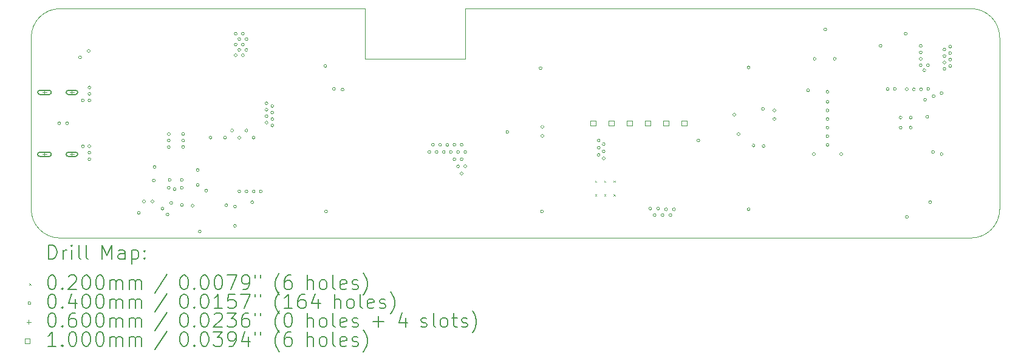
<source format=gbr>
%TF.GenerationSoftware,KiCad,Pcbnew,(7.0.0)*%
%TF.CreationDate,2023-05-08T09:15:32-04:00*%
%TF.ProjectId,AutoTiller,4175746f-5469-46c6-9c65-722e6b696361,rev?*%
%TF.SameCoordinates,Original*%
%TF.FileFunction,Drillmap*%
%TF.FilePolarity,Positive*%
%FSLAX45Y45*%
G04 Gerber Fmt 4.5, Leading zero omitted, Abs format (unit mm)*
G04 Created by KiCad (PCBNEW (7.0.0)) date 2023-05-08 09:15:32*
%MOMM*%
%LPD*%
G01*
G04 APERTURE LIST*
%ADD10C,0.100000*%
%ADD11C,0.200000*%
%ADD12C,0.020000*%
%ADD13C,0.040000*%
%ADD14C,0.060000*%
G04 APERTURE END LIST*
D10*
X9400000Y-13200000D02*
X22100000Y-13200000D01*
X13650000Y-10700000D02*
X15050000Y-10700000D01*
X15050000Y-10700000D02*
X15050000Y-10000000D01*
X9000000Y-10400000D02*
X9000000Y-12800000D01*
X22500000Y-12800000D02*
X22500000Y-10400000D01*
X13650000Y-10000000D02*
X13650000Y-10700000D01*
X9400000Y-10000000D02*
G75*
G03*
X9000000Y-10400000I0J-400000D01*
G01*
X22100000Y-10000000D02*
X15050000Y-10000000D01*
X13650000Y-10000000D02*
X9400000Y-10000000D01*
X22500000Y-10400000D02*
G75*
G03*
X22100000Y-10000000I-400000J0D01*
G01*
X9000000Y-12800000D02*
G75*
G03*
X9400000Y-13200000I400000J0D01*
G01*
X22100000Y-13200000D02*
G75*
G03*
X22500000Y-12800000I0J400000D01*
G01*
D11*
D12*
X16860000Y-12400000D02*
X16880000Y-12420000D01*
X16880000Y-12400000D02*
X16860000Y-12420000D01*
X16860000Y-12591000D02*
X16880000Y-12611000D01*
X16880000Y-12591000D02*
X16860000Y-12611000D01*
X16990000Y-12400000D02*
X17010000Y-12420000D01*
X17010000Y-12400000D02*
X16990000Y-12420000D01*
X16990000Y-12591000D02*
X17010000Y-12611000D01*
X17010000Y-12591000D02*
X16990000Y-12611000D01*
X17120000Y-12400000D02*
X17140000Y-12420000D01*
X17140000Y-12400000D02*
X17120000Y-12420000D01*
X17120000Y-12591000D02*
X17140000Y-12611000D01*
X17140000Y-12591000D02*
X17120000Y-12611000D01*
D13*
X9410000Y-11600000D02*
G75*
G03*
X9410000Y-11600000I-20000J0D01*
G01*
X9520000Y-11600000D02*
G75*
G03*
X9520000Y-11600000I-20000J0D01*
G01*
X9700000Y-10680000D02*
G75*
G03*
X9700000Y-10680000I-20000J0D01*
G01*
X9740000Y-11280000D02*
G75*
G03*
X9740000Y-11280000I-20000J0D01*
G01*
X9740000Y-11920000D02*
G75*
G03*
X9740000Y-11920000I-20000J0D01*
G01*
X9820000Y-10590000D02*
G75*
G03*
X9820000Y-10590000I-20000J0D01*
G01*
X9830000Y-11100000D02*
G75*
G03*
X9830000Y-11100000I-20000J0D01*
G01*
X9830000Y-11190000D02*
G75*
G03*
X9830000Y-11190000I-20000J0D01*
G01*
X9830000Y-11280000D02*
G75*
G03*
X9830000Y-11280000I-20000J0D01*
G01*
X9830000Y-11920000D02*
G75*
G03*
X9830000Y-11920000I-20000J0D01*
G01*
X9830000Y-12010000D02*
G75*
G03*
X9830000Y-12010000I-20000J0D01*
G01*
X9830000Y-12100000D02*
G75*
G03*
X9830000Y-12100000I-20000J0D01*
G01*
X10520000Y-12850050D02*
G75*
G03*
X10520000Y-12850050I-20000J0D01*
G01*
X10590000Y-12690000D02*
G75*
G03*
X10590000Y-12690000I-20000J0D01*
G01*
X10710000Y-12690000D02*
G75*
G03*
X10710000Y-12690000I-20000J0D01*
G01*
X10728577Y-12398577D02*
G75*
G03*
X10728577Y-12398577I-20000J0D01*
G01*
X10739936Y-12210064D02*
G75*
G03*
X10739936Y-12210064I-20000J0D01*
G01*
X10850000Y-12790000D02*
G75*
G03*
X10850000Y-12790000I-20000J0D01*
G01*
X10920000Y-12870000D02*
G75*
G03*
X10920000Y-12870000I-20000J0D01*
G01*
X10937500Y-11750000D02*
G75*
G03*
X10937500Y-11750000I-20000J0D01*
G01*
X10937500Y-11840000D02*
G75*
G03*
X10937500Y-11840000I-20000J0D01*
G01*
X10937500Y-11930000D02*
G75*
G03*
X10937500Y-11930000I-20000J0D01*
G01*
X10937500Y-12500000D02*
G75*
G03*
X10937500Y-12500000I-20000J0D01*
G01*
X10950000Y-12390000D02*
G75*
G03*
X10950000Y-12390000I-20000J0D01*
G01*
X10970000Y-12710000D02*
G75*
G03*
X10970000Y-12710000I-20000J0D01*
G01*
X11017500Y-12520000D02*
G75*
G03*
X11017500Y-12520000I-20000J0D01*
G01*
X11120000Y-12390000D02*
G75*
G03*
X11120000Y-12390000I-20000J0D01*
G01*
X11120000Y-12500000D02*
G75*
G03*
X11120000Y-12500000I-20000J0D01*
G01*
X11120000Y-12740000D02*
G75*
G03*
X11120000Y-12740000I-20000J0D01*
G01*
X11137500Y-11750000D02*
G75*
G03*
X11137500Y-11750000I-20000J0D01*
G01*
X11137500Y-11840000D02*
G75*
G03*
X11137500Y-11840000I-20000J0D01*
G01*
X11137500Y-11930000D02*
G75*
G03*
X11137500Y-11930000I-20000J0D01*
G01*
X11270000Y-12750000D02*
G75*
G03*
X11270000Y-12750000I-20000J0D01*
G01*
X11340000Y-12250000D02*
G75*
G03*
X11340000Y-12250000I-20000J0D01*
G01*
X11340000Y-12460000D02*
G75*
G03*
X11340000Y-12460000I-20000J0D01*
G01*
X11370000Y-13110000D02*
G75*
G03*
X11370000Y-13110000I-20000J0D01*
G01*
X11460000Y-12540000D02*
G75*
G03*
X11460000Y-12540000I-20000J0D01*
G01*
X11520000Y-11800000D02*
G75*
G03*
X11520000Y-11800000I-20000J0D01*
G01*
X11720000Y-11800000D02*
G75*
G03*
X11720000Y-11800000I-20000J0D01*
G01*
X11740000Y-12742450D02*
G75*
G03*
X11740000Y-12742450I-20000J0D01*
G01*
X11820000Y-11700000D02*
G75*
G03*
X11820000Y-11700000I-20000J0D01*
G01*
X11860000Y-12760000D02*
G75*
G03*
X11860000Y-12760000I-20000J0D01*
G01*
X11860000Y-13030000D02*
G75*
G03*
X11860000Y-13030000I-20000J0D01*
G01*
X11870000Y-10350000D02*
G75*
G03*
X11870000Y-10350000I-20000J0D01*
G01*
X11870000Y-10500000D02*
G75*
G03*
X11870000Y-10500000I-20000J0D01*
G01*
X11870000Y-10650000D02*
G75*
G03*
X11870000Y-10650000I-20000J0D01*
G01*
X11920000Y-10425000D02*
G75*
G03*
X11920000Y-10425000I-20000J0D01*
G01*
X11920000Y-10575000D02*
G75*
G03*
X11920000Y-10575000I-20000J0D01*
G01*
X11920000Y-11800000D02*
G75*
G03*
X11920000Y-11800000I-20000J0D01*
G01*
X11920000Y-12550000D02*
G75*
G03*
X11920000Y-12550000I-20000J0D01*
G01*
X11970000Y-10350000D02*
G75*
G03*
X11970000Y-10350000I-20000J0D01*
G01*
X11970000Y-10500000D02*
G75*
G03*
X11970000Y-10500000I-20000J0D01*
G01*
X11970000Y-10650000D02*
G75*
G03*
X11970000Y-10650000I-20000J0D01*
G01*
X12020000Y-10425000D02*
G75*
G03*
X12020000Y-10425000I-20000J0D01*
G01*
X12020000Y-10575000D02*
G75*
G03*
X12020000Y-10575000I-20000J0D01*
G01*
X12020000Y-11700000D02*
G75*
G03*
X12020000Y-11700000I-20000J0D01*
G01*
X12020000Y-12550000D02*
G75*
G03*
X12020000Y-12550000I-20000J0D01*
G01*
X12100000Y-12700000D02*
G75*
G03*
X12100000Y-12700000I-20000J0D01*
G01*
X12120000Y-11800000D02*
G75*
G03*
X12120000Y-11800000I-20000J0D01*
G01*
X12120000Y-12550000D02*
G75*
G03*
X12120000Y-12550000I-20000J0D01*
G01*
X12220000Y-12550000D02*
G75*
G03*
X12220000Y-12550000I-20000J0D01*
G01*
X12300000Y-11320000D02*
G75*
G03*
X12300000Y-11320000I-20000J0D01*
G01*
X12300000Y-11410000D02*
G75*
G03*
X12300000Y-11410000I-20000J0D01*
G01*
X12300000Y-11500000D02*
G75*
G03*
X12300000Y-11500000I-20000J0D01*
G01*
X12300000Y-11590000D02*
G75*
G03*
X12300000Y-11590000I-20000J0D01*
G01*
X12380000Y-11360000D02*
G75*
G03*
X12380000Y-11360000I-20000J0D01*
G01*
X12380000Y-11450000D02*
G75*
G03*
X12380000Y-11450000I-20000J0D01*
G01*
X12380000Y-11540000D02*
G75*
G03*
X12380000Y-11540000I-20000J0D01*
G01*
X12380000Y-11630000D02*
G75*
G03*
X12380000Y-11630000I-20000J0D01*
G01*
X13120000Y-10800000D02*
G75*
G03*
X13120000Y-10800000I-20000J0D01*
G01*
X13130000Y-12830000D02*
G75*
G03*
X13130000Y-12830000I-20000J0D01*
G01*
X13240000Y-11120000D02*
G75*
G03*
X13240000Y-11120000I-20000J0D01*
G01*
X13360000Y-11130000D02*
G75*
G03*
X13360000Y-11130000I-20000J0D01*
G01*
X14570000Y-12000000D02*
G75*
G03*
X14570000Y-12000000I-20000J0D01*
G01*
X14620000Y-11900000D02*
G75*
G03*
X14620000Y-11900000I-20000J0D01*
G01*
X14670000Y-12000000D02*
G75*
G03*
X14670000Y-12000000I-20000J0D01*
G01*
X14720000Y-11900000D02*
G75*
G03*
X14720000Y-11900000I-20000J0D01*
G01*
X14770000Y-12000000D02*
G75*
G03*
X14770000Y-12000000I-20000J0D01*
G01*
X14820000Y-11900000D02*
G75*
G03*
X14820000Y-11900000I-20000J0D01*
G01*
X14870000Y-12000000D02*
G75*
G03*
X14870000Y-12000000I-20000J0D01*
G01*
X14920000Y-11900000D02*
G75*
G03*
X14920000Y-11900000I-20000J0D01*
G01*
X14920000Y-12100000D02*
G75*
G03*
X14920000Y-12100000I-20000J0D01*
G01*
X14970000Y-12000000D02*
G75*
G03*
X14970000Y-12000000I-20000J0D01*
G01*
X14970000Y-12200000D02*
G75*
G03*
X14970000Y-12200000I-20000J0D01*
G01*
X15020000Y-11900000D02*
G75*
G03*
X15020000Y-11900000I-20000J0D01*
G01*
X15020000Y-12100000D02*
G75*
G03*
X15020000Y-12100000I-20000J0D01*
G01*
X15020000Y-12300000D02*
G75*
G03*
X15020000Y-12300000I-20000J0D01*
G01*
X15070000Y-12000000D02*
G75*
G03*
X15070000Y-12000000I-20000J0D01*
G01*
X15070000Y-12200000D02*
G75*
G03*
X15070000Y-12200000I-20000J0D01*
G01*
X15657000Y-11719000D02*
G75*
G03*
X15657000Y-11719000I-20000J0D01*
G01*
X16120000Y-10830000D02*
G75*
G03*
X16120000Y-10830000I-20000J0D01*
G01*
X16140000Y-12830000D02*
G75*
G03*
X16140000Y-12830000I-20000J0D01*
G01*
X16145000Y-11650000D02*
G75*
G03*
X16145000Y-11650000I-20000J0D01*
G01*
X16145000Y-11775000D02*
G75*
G03*
X16145000Y-11775000I-20000J0D01*
G01*
X16930000Y-11840000D02*
G75*
G03*
X16930000Y-11840000I-20000J0D01*
G01*
X16930000Y-11940000D02*
G75*
G03*
X16930000Y-11940000I-20000J0D01*
G01*
X16930000Y-12040000D02*
G75*
G03*
X16930000Y-12040000I-20000J0D01*
G01*
X17000000Y-11890000D02*
G75*
G03*
X17000000Y-11890000I-20000J0D01*
G01*
X17000000Y-11990000D02*
G75*
G03*
X17000000Y-11990000I-20000J0D01*
G01*
X17000000Y-12090000D02*
G75*
G03*
X17000000Y-12090000I-20000J0D01*
G01*
X17650000Y-12790000D02*
G75*
G03*
X17650000Y-12790000I-20000J0D01*
G01*
X17710000Y-12880000D02*
G75*
G03*
X17710000Y-12880000I-20000J0D01*
G01*
X17760000Y-12790000D02*
G75*
G03*
X17760000Y-12790000I-20000J0D01*
G01*
X17820000Y-12880000D02*
G75*
G03*
X17820000Y-12880000I-20000J0D01*
G01*
X17870000Y-12800000D02*
G75*
G03*
X17870000Y-12800000I-20000J0D01*
G01*
X17930000Y-12880000D02*
G75*
G03*
X17930000Y-12880000I-20000J0D01*
G01*
X17980000Y-12800000D02*
G75*
G03*
X17980000Y-12800000I-20000J0D01*
G01*
X18320000Y-11840000D02*
G75*
G03*
X18320000Y-11840000I-20000J0D01*
G01*
X18820000Y-11480000D02*
G75*
G03*
X18820000Y-11480000I-20000J0D01*
G01*
X18879950Y-11750000D02*
G75*
G03*
X18879950Y-11750000I-20000J0D01*
G01*
X19020000Y-10820000D02*
G75*
G03*
X19020000Y-10820000I-20000J0D01*
G01*
X19020000Y-12800000D02*
G75*
G03*
X19020000Y-12800000I-20000J0D01*
G01*
X19090000Y-11910000D02*
G75*
G03*
X19090000Y-11910000I-20000J0D01*
G01*
X19220000Y-11400000D02*
G75*
G03*
X19220000Y-11400000I-20000J0D01*
G01*
X19228000Y-11918000D02*
G75*
G03*
X19228000Y-11918000I-20000J0D01*
G01*
X19380000Y-11420000D02*
G75*
G03*
X19380000Y-11420000I-20000J0D01*
G01*
X19380000Y-11540000D02*
G75*
G03*
X19380000Y-11540000I-20000J0D01*
G01*
X19850000Y-11140000D02*
G75*
G03*
X19850000Y-11140000I-20000J0D01*
G01*
X19930000Y-12030000D02*
G75*
G03*
X19930000Y-12030000I-20000J0D01*
G01*
X19940000Y-10700000D02*
G75*
G03*
X19940000Y-10700000I-20000J0D01*
G01*
X20090000Y-10290000D02*
G75*
G03*
X20090000Y-10290000I-20000J0D01*
G01*
X20120000Y-11160000D02*
G75*
G03*
X20120000Y-11160000I-20000J0D01*
G01*
X20120000Y-11300000D02*
G75*
G03*
X20120000Y-11300000I-20000J0D01*
G01*
X20120000Y-11420000D02*
G75*
G03*
X20120000Y-11420000I-20000J0D01*
G01*
X20120000Y-11540000D02*
G75*
G03*
X20120000Y-11540000I-20000J0D01*
G01*
X20120000Y-11660000D02*
G75*
G03*
X20120000Y-11660000I-20000J0D01*
G01*
X20120000Y-11780000D02*
G75*
G03*
X20120000Y-11780000I-20000J0D01*
G01*
X20120000Y-11900000D02*
G75*
G03*
X20120000Y-11900000I-20000J0D01*
G01*
X20220000Y-10700000D02*
G75*
G03*
X20220000Y-10700000I-20000J0D01*
G01*
X20310000Y-12030000D02*
G75*
G03*
X20310000Y-12030000I-20000J0D01*
G01*
X20860000Y-10520000D02*
G75*
G03*
X20860000Y-10520000I-20000J0D01*
G01*
X20958309Y-11121349D02*
G75*
G03*
X20958309Y-11121349I-20000J0D01*
G01*
X21059950Y-11119957D02*
G75*
G03*
X21059950Y-11119957I-20000J0D01*
G01*
X21140000Y-11520000D02*
G75*
G03*
X21140000Y-11520000I-20000J0D01*
G01*
X21140000Y-11660000D02*
G75*
G03*
X21140000Y-11660000I-20000J0D01*
G01*
X21210000Y-10350000D02*
G75*
G03*
X21210000Y-10350000I-20000J0D01*
G01*
X21225000Y-11125000D02*
G75*
G03*
X21225000Y-11125000I-20000J0D01*
G01*
X21227500Y-12907500D02*
G75*
G03*
X21227500Y-12907500I-20000J0D01*
G01*
X21280000Y-11520000D02*
G75*
G03*
X21280000Y-11520000I-20000J0D01*
G01*
X21280000Y-11660000D02*
G75*
G03*
X21280000Y-11660000I-20000J0D01*
G01*
X21325000Y-11125000D02*
G75*
G03*
X21325000Y-11125000I-20000J0D01*
G01*
X21420000Y-10520000D02*
G75*
G03*
X21420000Y-10520000I-20000J0D01*
G01*
X21420000Y-10610000D02*
G75*
G03*
X21420000Y-10610000I-20000J0D01*
G01*
X21420000Y-10700000D02*
G75*
G03*
X21420000Y-10700000I-20000J0D01*
G01*
X21420000Y-10790000D02*
G75*
G03*
X21420000Y-10790000I-20000J0D01*
G01*
X21424950Y-11125000D02*
G75*
G03*
X21424950Y-11125000I-20000J0D01*
G01*
X21470000Y-10860000D02*
G75*
G03*
X21470000Y-10860000I-20000J0D01*
G01*
X21480000Y-11270000D02*
G75*
G03*
X21480000Y-11270000I-20000J0D01*
G01*
X21510000Y-11510000D02*
G75*
G03*
X21510000Y-11510000I-20000J0D01*
G01*
X21520000Y-10790000D02*
G75*
G03*
X21520000Y-10790000I-20000J0D01*
G01*
X21524760Y-11119691D02*
G75*
G03*
X21524760Y-11119691I-20000J0D01*
G01*
X21550000Y-12700000D02*
G75*
G03*
X21550000Y-12700000I-20000J0D01*
G01*
X21590000Y-12000000D02*
G75*
G03*
X21590000Y-12000000I-20000J0D01*
G01*
X21600000Y-11220000D02*
G75*
G03*
X21600000Y-11220000I-20000J0D01*
G01*
X21710000Y-11180000D02*
G75*
G03*
X21710000Y-11180000I-20000J0D01*
G01*
X21710000Y-12030000D02*
G75*
G03*
X21710000Y-12030000I-20000J0D01*
G01*
X21750000Y-10570000D02*
G75*
G03*
X21750000Y-10570000I-20000J0D01*
G01*
X21750000Y-10660000D02*
G75*
G03*
X21750000Y-10660000I-20000J0D01*
G01*
X21750000Y-10750000D02*
G75*
G03*
X21750000Y-10750000I-20000J0D01*
G01*
X21750000Y-10840000D02*
G75*
G03*
X21750000Y-10840000I-20000J0D01*
G01*
X21830000Y-10530000D02*
G75*
G03*
X21830000Y-10530000I-20000J0D01*
G01*
X21830000Y-10620000D02*
G75*
G03*
X21830000Y-10620000I-20000J0D01*
G01*
X21830000Y-10710000D02*
G75*
G03*
X21830000Y-10710000I-20000J0D01*
G01*
X21830000Y-10800000D02*
G75*
G03*
X21830000Y-10800000I-20000J0D01*
G01*
D14*
X9185000Y-11138000D02*
X9185000Y-11198000D01*
X9155000Y-11168000D02*
X9215000Y-11168000D01*
D11*
X9250000Y-11138000D02*
X9120000Y-11138000D01*
X9120000Y-11138000D02*
G75*
G03*
X9120000Y-11198000I0J-30000D01*
G01*
X9120000Y-11198000D02*
X9250000Y-11198000D01*
X9250000Y-11198000D02*
G75*
G03*
X9250000Y-11138000I0J30000D01*
G01*
D14*
X9185000Y-12002000D02*
X9185000Y-12062000D01*
X9155000Y-12032000D02*
X9215000Y-12032000D01*
D11*
X9250000Y-12002000D02*
X9120000Y-12002000D01*
X9120000Y-12002000D02*
G75*
G03*
X9120000Y-12062000I0J-30000D01*
G01*
X9120000Y-12062000D02*
X9250000Y-12062000D01*
X9250000Y-12062000D02*
G75*
G03*
X9250000Y-12002000I0J30000D01*
G01*
D14*
X9567500Y-11138000D02*
X9567500Y-11198000D01*
X9537500Y-11168000D02*
X9597500Y-11168000D01*
D11*
X9617500Y-11138000D02*
X9517500Y-11138000D01*
X9517500Y-11138000D02*
G75*
G03*
X9517500Y-11198000I0J-30000D01*
G01*
X9517500Y-11198000D02*
X9617500Y-11198000D01*
X9617500Y-11198000D02*
G75*
G03*
X9617500Y-11138000I0J30000D01*
G01*
D14*
X9567500Y-12002000D02*
X9567500Y-12062000D01*
X9537500Y-12032000D02*
X9597500Y-12032000D01*
D11*
X9617500Y-12002000D02*
X9517500Y-12002000D01*
X9517500Y-12002000D02*
G75*
G03*
X9517500Y-12062000I0J-30000D01*
G01*
X9517500Y-12062000D02*
X9617500Y-12062000D01*
X9617500Y-12062000D02*
G75*
G03*
X9617500Y-12002000I0J30000D01*
G01*
D10*
X16867356Y-11635356D02*
X16867356Y-11564644D01*
X16796644Y-11564644D01*
X16796644Y-11635356D01*
X16867356Y-11635356D01*
X17121356Y-11635356D02*
X17121356Y-11564644D01*
X17050644Y-11564644D01*
X17050644Y-11635356D01*
X17121356Y-11635356D01*
X17375356Y-11635356D02*
X17375356Y-11564644D01*
X17304644Y-11564644D01*
X17304644Y-11635356D01*
X17375356Y-11635356D01*
X17629356Y-11635356D02*
X17629356Y-11564644D01*
X17558644Y-11564644D01*
X17558644Y-11635356D01*
X17629356Y-11635356D01*
X17883356Y-11635356D02*
X17883356Y-11564644D01*
X17812644Y-11564644D01*
X17812644Y-11635356D01*
X17883356Y-11635356D01*
X18137356Y-11635356D02*
X18137356Y-11564644D01*
X18066644Y-11564644D01*
X18066644Y-11635356D01*
X18137356Y-11635356D01*
D11*
X9242619Y-13498476D02*
X9242619Y-13298476D01*
X9242619Y-13298476D02*
X9290238Y-13298476D01*
X9290238Y-13298476D02*
X9318810Y-13308000D01*
X9318810Y-13308000D02*
X9337857Y-13327048D01*
X9337857Y-13327048D02*
X9347381Y-13346095D01*
X9347381Y-13346095D02*
X9356905Y-13384190D01*
X9356905Y-13384190D02*
X9356905Y-13412762D01*
X9356905Y-13412762D02*
X9347381Y-13450857D01*
X9347381Y-13450857D02*
X9337857Y-13469905D01*
X9337857Y-13469905D02*
X9318810Y-13488952D01*
X9318810Y-13488952D02*
X9290238Y-13498476D01*
X9290238Y-13498476D02*
X9242619Y-13498476D01*
X9442619Y-13498476D02*
X9442619Y-13365143D01*
X9442619Y-13403238D02*
X9452143Y-13384190D01*
X9452143Y-13384190D02*
X9461667Y-13374667D01*
X9461667Y-13374667D02*
X9480714Y-13365143D01*
X9480714Y-13365143D02*
X9499762Y-13365143D01*
X9566429Y-13498476D02*
X9566429Y-13365143D01*
X9566429Y-13298476D02*
X9556905Y-13308000D01*
X9556905Y-13308000D02*
X9566429Y-13317524D01*
X9566429Y-13317524D02*
X9575952Y-13308000D01*
X9575952Y-13308000D02*
X9566429Y-13298476D01*
X9566429Y-13298476D02*
X9566429Y-13317524D01*
X9690238Y-13498476D02*
X9671190Y-13488952D01*
X9671190Y-13488952D02*
X9661667Y-13469905D01*
X9661667Y-13469905D02*
X9661667Y-13298476D01*
X9795000Y-13498476D02*
X9775952Y-13488952D01*
X9775952Y-13488952D02*
X9766429Y-13469905D01*
X9766429Y-13469905D02*
X9766429Y-13298476D01*
X9991190Y-13498476D02*
X9991190Y-13298476D01*
X9991190Y-13298476D02*
X10057857Y-13441333D01*
X10057857Y-13441333D02*
X10124524Y-13298476D01*
X10124524Y-13298476D02*
X10124524Y-13498476D01*
X10305476Y-13498476D02*
X10305476Y-13393714D01*
X10305476Y-13393714D02*
X10295952Y-13374667D01*
X10295952Y-13374667D02*
X10276905Y-13365143D01*
X10276905Y-13365143D02*
X10238809Y-13365143D01*
X10238809Y-13365143D02*
X10219762Y-13374667D01*
X10305476Y-13488952D02*
X10286429Y-13498476D01*
X10286429Y-13498476D02*
X10238809Y-13498476D01*
X10238809Y-13498476D02*
X10219762Y-13488952D01*
X10219762Y-13488952D02*
X10210238Y-13469905D01*
X10210238Y-13469905D02*
X10210238Y-13450857D01*
X10210238Y-13450857D02*
X10219762Y-13431809D01*
X10219762Y-13431809D02*
X10238809Y-13422286D01*
X10238809Y-13422286D02*
X10286429Y-13422286D01*
X10286429Y-13422286D02*
X10305476Y-13412762D01*
X10400714Y-13365143D02*
X10400714Y-13565143D01*
X10400714Y-13374667D02*
X10419762Y-13365143D01*
X10419762Y-13365143D02*
X10457857Y-13365143D01*
X10457857Y-13365143D02*
X10476905Y-13374667D01*
X10476905Y-13374667D02*
X10486429Y-13384190D01*
X10486429Y-13384190D02*
X10495952Y-13403238D01*
X10495952Y-13403238D02*
X10495952Y-13460381D01*
X10495952Y-13460381D02*
X10486429Y-13479428D01*
X10486429Y-13479428D02*
X10476905Y-13488952D01*
X10476905Y-13488952D02*
X10457857Y-13498476D01*
X10457857Y-13498476D02*
X10419762Y-13498476D01*
X10419762Y-13498476D02*
X10400714Y-13488952D01*
X10581667Y-13479428D02*
X10591190Y-13488952D01*
X10591190Y-13488952D02*
X10581667Y-13498476D01*
X10581667Y-13498476D02*
X10572143Y-13488952D01*
X10572143Y-13488952D02*
X10581667Y-13479428D01*
X10581667Y-13479428D02*
X10581667Y-13498476D01*
X10581667Y-13374667D02*
X10591190Y-13384190D01*
X10591190Y-13384190D02*
X10581667Y-13393714D01*
X10581667Y-13393714D02*
X10572143Y-13384190D01*
X10572143Y-13384190D02*
X10581667Y-13374667D01*
X10581667Y-13374667D02*
X10581667Y-13393714D01*
D12*
X8975000Y-13835000D02*
X8995000Y-13855000D01*
X8995000Y-13835000D02*
X8975000Y-13855000D01*
D11*
X9280714Y-13718476D02*
X9299762Y-13718476D01*
X9299762Y-13718476D02*
X9318810Y-13728000D01*
X9318810Y-13728000D02*
X9328333Y-13737524D01*
X9328333Y-13737524D02*
X9337857Y-13756571D01*
X9337857Y-13756571D02*
X9347381Y-13794667D01*
X9347381Y-13794667D02*
X9347381Y-13842286D01*
X9347381Y-13842286D02*
X9337857Y-13880381D01*
X9337857Y-13880381D02*
X9328333Y-13899428D01*
X9328333Y-13899428D02*
X9318810Y-13908952D01*
X9318810Y-13908952D02*
X9299762Y-13918476D01*
X9299762Y-13918476D02*
X9280714Y-13918476D01*
X9280714Y-13918476D02*
X9261667Y-13908952D01*
X9261667Y-13908952D02*
X9252143Y-13899428D01*
X9252143Y-13899428D02*
X9242619Y-13880381D01*
X9242619Y-13880381D02*
X9233095Y-13842286D01*
X9233095Y-13842286D02*
X9233095Y-13794667D01*
X9233095Y-13794667D02*
X9242619Y-13756571D01*
X9242619Y-13756571D02*
X9252143Y-13737524D01*
X9252143Y-13737524D02*
X9261667Y-13728000D01*
X9261667Y-13728000D02*
X9280714Y-13718476D01*
X9433095Y-13899428D02*
X9442619Y-13908952D01*
X9442619Y-13908952D02*
X9433095Y-13918476D01*
X9433095Y-13918476D02*
X9423571Y-13908952D01*
X9423571Y-13908952D02*
X9433095Y-13899428D01*
X9433095Y-13899428D02*
X9433095Y-13918476D01*
X9518810Y-13737524D02*
X9528333Y-13728000D01*
X9528333Y-13728000D02*
X9547381Y-13718476D01*
X9547381Y-13718476D02*
X9595000Y-13718476D01*
X9595000Y-13718476D02*
X9614048Y-13728000D01*
X9614048Y-13728000D02*
X9623571Y-13737524D01*
X9623571Y-13737524D02*
X9633095Y-13756571D01*
X9633095Y-13756571D02*
X9633095Y-13775619D01*
X9633095Y-13775619D02*
X9623571Y-13804190D01*
X9623571Y-13804190D02*
X9509286Y-13918476D01*
X9509286Y-13918476D02*
X9633095Y-13918476D01*
X9756905Y-13718476D02*
X9775952Y-13718476D01*
X9775952Y-13718476D02*
X9795000Y-13728000D01*
X9795000Y-13728000D02*
X9804524Y-13737524D01*
X9804524Y-13737524D02*
X9814048Y-13756571D01*
X9814048Y-13756571D02*
X9823571Y-13794667D01*
X9823571Y-13794667D02*
X9823571Y-13842286D01*
X9823571Y-13842286D02*
X9814048Y-13880381D01*
X9814048Y-13880381D02*
X9804524Y-13899428D01*
X9804524Y-13899428D02*
X9795000Y-13908952D01*
X9795000Y-13908952D02*
X9775952Y-13918476D01*
X9775952Y-13918476D02*
X9756905Y-13918476D01*
X9756905Y-13918476D02*
X9737857Y-13908952D01*
X9737857Y-13908952D02*
X9728333Y-13899428D01*
X9728333Y-13899428D02*
X9718810Y-13880381D01*
X9718810Y-13880381D02*
X9709286Y-13842286D01*
X9709286Y-13842286D02*
X9709286Y-13794667D01*
X9709286Y-13794667D02*
X9718810Y-13756571D01*
X9718810Y-13756571D02*
X9728333Y-13737524D01*
X9728333Y-13737524D02*
X9737857Y-13728000D01*
X9737857Y-13728000D02*
X9756905Y-13718476D01*
X9947381Y-13718476D02*
X9966429Y-13718476D01*
X9966429Y-13718476D02*
X9985476Y-13728000D01*
X9985476Y-13728000D02*
X9995000Y-13737524D01*
X9995000Y-13737524D02*
X10004524Y-13756571D01*
X10004524Y-13756571D02*
X10014048Y-13794667D01*
X10014048Y-13794667D02*
X10014048Y-13842286D01*
X10014048Y-13842286D02*
X10004524Y-13880381D01*
X10004524Y-13880381D02*
X9995000Y-13899428D01*
X9995000Y-13899428D02*
X9985476Y-13908952D01*
X9985476Y-13908952D02*
X9966429Y-13918476D01*
X9966429Y-13918476D02*
X9947381Y-13918476D01*
X9947381Y-13918476D02*
X9928333Y-13908952D01*
X9928333Y-13908952D02*
X9918810Y-13899428D01*
X9918810Y-13899428D02*
X9909286Y-13880381D01*
X9909286Y-13880381D02*
X9899762Y-13842286D01*
X9899762Y-13842286D02*
X9899762Y-13794667D01*
X9899762Y-13794667D02*
X9909286Y-13756571D01*
X9909286Y-13756571D02*
X9918810Y-13737524D01*
X9918810Y-13737524D02*
X9928333Y-13728000D01*
X9928333Y-13728000D02*
X9947381Y-13718476D01*
X10099762Y-13918476D02*
X10099762Y-13785143D01*
X10099762Y-13804190D02*
X10109286Y-13794667D01*
X10109286Y-13794667D02*
X10128333Y-13785143D01*
X10128333Y-13785143D02*
X10156905Y-13785143D01*
X10156905Y-13785143D02*
X10175952Y-13794667D01*
X10175952Y-13794667D02*
X10185476Y-13813714D01*
X10185476Y-13813714D02*
X10185476Y-13918476D01*
X10185476Y-13813714D02*
X10195000Y-13794667D01*
X10195000Y-13794667D02*
X10214048Y-13785143D01*
X10214048Y-13785143D02*
X10242619Y-13785143D01*
X10242619Y-13785143D02*
X10261667Y-13794667D01*
X10261667Y-13794667D02*
X10271191Y-13813714D01*
X10271191Y-13813714D02*
X10271191Y-13918476D01*
X10366429Y-13918476D02*
X10366429Y-13785143D01*
X10366429Y-13804190D02*
X10375952Y-13794667D01*
X10375952Y-13794667D02*
X10395000Y-13785143D01*
X10395000Y-13785143D02*
X10423572Y-13785143D01*
X10423572Y-13785143D02*
X10442619Y-13794667D01*
X10442619Y-13794667D02*
X10452143Y-13813714D01*
X10452143Y-13813714D02*
X10452143Y-13918476D01*
X10452143Y-13813714D02*
X10461667Y-13794667D01*
X10461667Y-13794667D02*
X10480714Y-13785143D01*
X10480714Y-13785143D02*
X10509286Y-13785143D01*
X10509286Y-13785143D02*
X10528333Y-13794667D01*
X10528333Y-13794667D02*
X10537857Y-13813714D01*
X10537857Y-13813714D02*
X10537857Y-13918476D01*
X10895952Y-13708952D02*
X10724524Y-13966095D01*
X11120714Y-13718476D02*
X11139762Y-13718476D01*
X11139762Y-13718476D02*
X11158810Y-13728000D01*
X11158810Y-13728000D02*
X11168333Y-13737524D01*
X11168333Y-13737524D02*
X11177857Y-13756571D01*
X11177857Y-13756571D02*
X11187381Y-13794667D01*
X11187381Y-13794667D02*
X11187381Y-13842286D01*
X11187381Y-13842286D02*
X11177857Y-13880381D01*
X11177857Y-13880381D02*
X11168333Y-13899428D01*
X11168333Y-13899428D02*
X11158810Y-13908952D01*
X11158810Y-13908952D02*
X11139762Y-13918476D01*
X11139762Y-13918476D02*
X11120714Y-13918476D01*
X11120714Y-13918476D02*
X11101667Y-13908952D01*
X11101667Y-13908952D02*
X11092143Y-13899428D01*
X11092143Y-13899428D02*
X11082619Y-13880381D01*
X11082619Y-13880381D02*
X11073095Y-13842286D01*
X11073095Y-13842286D02*
X11073095Y-13794667D01*
X11073095Y-13794667D02*
X11082619Y-13756571D01*
X11082619Y-13756571D02*
X11092143Y-13737524D01*
X11092143Y-13737524D02*
X11101667Y-13728000D01*
X11101667Y-13728000D02*
X11120714Y-13718476D01*
X11273095Y-13899428D02*
X11282619Y-13908952D01*
X11282619Y-13908952D02*
X11273095Y-13918476D01*
X11273095Y-13918476D02*
X11263571Y-13908952D01*
X11263571Y-13908952D02*
X11273095Y-13899428D01*
X11273095Y-13899428D02*
X11273095Y-13918476D01*
X11406429Y-13718476D02*
X11425476Y-13718476D01*
X11425476Y-13718476D02*
X11444524Y-13728000D01*
X11444524Y-13728000D02*
X11454048Y-13737524D01*
X11454048Y-13737524D02*
X11463571Y-13756571D01*
X11463571Y-13756571D02*
X11473095Y-13794667D01*
X11473095Y-13794667D02*
X11473095Y-13842286D01*
X11473095Y-13842286D02*
X11463571Y-13880381D01*
X11463571Y-13880381D02*
X11454048Y-13899428D01*
X11454048Y-13899428D02*
X11444524Y-13908952D01*
X11444524Y-13908952D02*
X11425476Y-13918476D01*
X11425476Y-13918476D02*
X11406429Y-13918476D01*
X11406429Y-13918476D02*
X11387381Y-13908952D01*
X11387381Y-13908952D02*
X11377857Y-13899428D01*
X11377857Y-13899428D02*
X11368333Y-13880381D01*
X11368333Y-13880381D02*
X11358810Y-13842286D01*
X11358810Y-13842286D02*
X11358810Y-13794667D01*
X11358810Y-13794667D02*
X11368333Y-13756571D01*
X11368333Y-13756571D02*
X11377857Y-13737524D01*
X11377857Y-13737524D02*
X11387381Y-13728000D01*
X11387381Y-13728000D02*
X11406429Y-13718476D01*
X11596905Y-13718476D02*
X11615952Y-13718476D01*
X11615952Y-13718476D02*
X11635000Y-13728000D01*
X11635000Y-13728000D02*
X11644524Y-13737524D01*
X11644524Y-13737524D02*
X11654048Y-13756571D01*
X11654048Y-13756571D02*
X11663571Y-13794667D01*
X11663571Y-13794667D02*
X11663571Y-13842286D01*
X11663571Y-13842286D02*
X11654048Y-13880381D01*
X11654048Y-13880381D02*
X11644524Y-13899428D01*
X11644524Y-13899428D02*
X11635000Y-13908952D01*
X11635000Y-13908952D02*
X11615952Y-13918476D01*
X11615952Y-13918476D02*
X11596905Y-13918476D01*
X11596905Y-13918476D02*
X11577857Y-13908952D01*
X11577857Y-13908952D02*
X11568333Y-13899428D01*
X11568333Y-13899428D02*
X11558810Y-13880381D01*
X11558810Y-13880381D02*
X11549286Y-13842286D01*
X11549286Y-13842286D02*
X11549286Y-13794667D01*
X11549286Y-13794667D02*
X11558810Y-13756571D01*
X11558810Y-13756571D02*
X11568333Y-13737524D01*
X11568333Y-13737524D02*
X11577857Y-13728000D01*
X11577857Y-13728000D02*
X11596905Y-13718476D01*
X11730238Y-13718476D02*
X11863571Y-13718476D01*
X11863571Y-13718476D02*
X11777857Y-13918476D01*
X11949286Y-13918476D02*
X11987381Y-13918476D01*
X11987381Y-13918476D02*
X12006429Y-13908952D01*
X12006429Y-13908952D02*
X12015952Y-13899428D01*
X12015952Y-13899428D02*
X12035000Y-13870857D01*
X12035000Y-13870857D02*
X12044524Y-13832762D01*
X12044524Y-13832762D02*
X12044524Y-13756571D01*
X12044524Y-13756571D02*
X12035000Y-13737524D01*
X12035000Y-13737524D02*
X12025476Y-13728000D01*
X12025476Y-13728000D02*
X12006429Y-13718476D01*
X12006429Y-13718476D02*
X11968333Y-13718476D01*
X11968333Y-13718476D02*
X11949286Y-13728000D01*
X11949286Y-13728000D02*
X11939762Y-13737524D01*
X11939762Y-13737524D02*
X11930238Y-13756571D01*
X11930238Y-13756571D02*
X11930238Y-13804190D01*
X11930238Y-13804190D02*
X11939762Y-13823238D01*
X11939762Y-13823238D02*
X11949286Y-13832762D01*
X11949286Y-13832762D02*
X11968333Y-13842286D01*
X11968333Y-13842286D02*
X12006429Y-13842286D01*
X12006429Y-13842286D02*
X12025476Y-13832762D01*
X12025476Y-13832762D02*
X12035000Y-13823238D01*
X12035000Y-13823238D02*
X12044524Y-13804190D01*
X12120714Y-13718476D02*
X12120714Y-13756571D01*
X12196905Y-13718476D02*
X12196905Y-13756571D01*
X12459762Y-13994667D02*
X12450238Y-13985143D01*
X12450238Y-13985143D02*
X12431191Y-13956571D01*
X12431191Y-13956571D02*
X12421667Y-13937524D01*
X12421667Y-13937524D02*
X12412143Y-13908952D01*
X12412143Y-13908952D02*
X12402619Y-13861333D01*
X12402619Y-13861333D02*
X12402619Y-13823238D01*
X12402619Y-13823238D02*
X12412143Y-13775619D01*
X12412143Y-13775619D02*
X12421667Y-13747048D01*
X12421667Y-13747048D02*
X12431191Y-13728000D01*
X12431191Y-13728000D02*
X12450238Y-13699428D01*
X12450238Y-13699428D02*
X12459762Y-13689905D01*
X12621667Y-13718476D02*
X12583571Y-13718476D01*
X12583571Y-13718476D02*
X12564524Y-13728000D01*
X12564524Y-13728000D02*
X12555000Y-13737524D01*
X12555000Y-13737524D02*
X12535952Y-13766095D01*
X12535952Y-13766095D02*
X12526429Y-13804190D01*
X12526429Y-13804190D02*
X12526429Y-13880381D01*
X12526429Y-13880381D02*
X12535952Y-13899428D01*
X12535952Y-13899428D02*
X12545476Y-13908952D01*
X12545476Y-13908952D02*
X12564524Y-13918476D01*
X12564524Y-13918476D02*
X12602619Y-13918476D01*
X12602619Y-13918476D02*
X12621667Y-13908952D01*
X12621667Y-13908952D02*
X12631191Y-13899428D01*
X12631191Y-13899428D02*
X12640714Y-13880381D01*
X12640714Y-13880381D02*
X12640714Y-13832762D01*
X12640714Y-13832762D02*
X12631191Y-13813714D01*
X12631191Y-13813714D02*
X12621667Y-13804190D01*
X12621667Y-13804190D02*
X12602619Y-13794667D01*
X12602619Y-13794667D02*
X12564524Y-13794667D01*
X12564524Y-13794667D02*
X12545476Y-13804190D01*
X12545476Y-13804190D02*
X12535952Y-13813714D01*
X12535952Y-13813714D02*
X12526429Y-13832762D01*
X12846429Y-13918476D02*
X12846429Y-13718476D01*
X12932143Y-13918476D02*
X12932143Y-13813714D01*
X12932143Y-13813714D02*
X12922619Y-13794667D01*
X12922619Y-13794667D02*
X12903572Y-13785143D01*
X12903572Y-13785143D02*
X12875000Y-13785143D01*
X12875000Y-13785143D02*
X12855952Y-13794667D01*
X12855952Y-13794667D02*
X12846429Y-13804190D01*
X13055952Y-13918476D02*
X13036905Y-13908952D01*
X13036905Y-13908952D02*
X13027381Y-13899428D01*
X13027381Y-13899428D02*
X13017857Y-13880381D01*
X13017857Y-13880381D02*
X13017857Y-13823238D01*
X13017857Y-13823238D02*
X13027381Y-13804190D01*
X13027381Y-13804190D02*
X13036905Y-13794667D01*
X13036905Y-13794667D02*
X13055952Y-13785143D01*
X13055952Y-13785143D02*
X13084524Y-13785143D01*
X13084524Y-13785143D02*
X13103572Y-13794667D01*
X13103572Y-13794667D02*
X13113095Y-13804190D01*
X13113095Y-13804190D02*
X13122619Y-13823238D01*
X13122619Y-13823238D02*
X13122619Y-13880381D01*
X13122619Y-13880381D02*
X13113095Y-13899428D01*
X13113095Y-13899428D02*
X13103572Y-13908952D01*
X13103572Y-13908952D02*
X13084524Y-13918476D01*
X13084524Y-13918476D02*
X13055952Y-13918476D01*
X13236905Y-13918476D02*
X13217857Y-13908952D01*
X13217857Y-13908952D02*
X13208333Y-13889905D01*
X13208333Y-13889905D02*
X13208333Y-13718476D01*
X13389286Y-13908952D02*
X13370238Y-13918476D01*
X13370238Y-13918476D02*
X13332143Y-13918476D01*
X13332143Y-13918476D02*
X13313095Y-13908952D01*
X13313095Y-13908952D02*
X13303572Y-13889905D01*
X13303572Y-13889905D02*
X13303572Y-13813714D01*
X13303572Y-13813714D02*
X13313095Y-13794667D01*
X13313095Y-13794667D02*
X13332143Y-13785143D01*
X13332143Y-13785143D02*
X13370238Y-13785143D01*
X13370238Y-13785143D02*
X13389286Y-13794667D01*
X13389286Y-13794667D02*
X13398810Y-13813714D01*
X13398810Y-13813714D02*
X13398810Y-13832762D01*
X13398810Y-13832762D02*
X13303572Y-13851809D01*
X13475000Y-13908952D02*
X13494048Y-13918476D01*
X13494048Y-13918476D02*
X13532143Y-13918476D01*
X13532143Y-13918476D02*
X13551191Y-13908952D01*
X13551191Y-13908952D02*
X13560714Y-13889905D01*
X13560714Y-13889905D02*
X13560714Y-13880381D01*
X13560714Y-13880381D02*
X13551191Y-13861333D01*
X13551191Y-13861333D02*
X13532143Y-13851809D01*
X13532143Y-13851809D02*
X13503572Y-13851809D01*
X13503572Y-13851809D02*
X13484524Y-13842286D01*
X13484524Y-13842286D02*
X13475000Y-13823238D01*
X13475000Y-13823238D02*
X13475000Y-13813714D01*
X13475000Y-13813714D02*
X13484524Y-13794667D01*
X13484524Y-13794667D02*
X13503572Y-13785143D01*
X13503572Y-13785143D02*
X13532143Y-13785143D01*
X13532143Y-13785143D02*
X13551191Y-13794667D01*
X13627381Y-13994667D02*
X13636905Y-13985143D01*
X13636905Y-13985143D02*
X13655953Y-13956571D01*
X13655953Y-13956571D02*
X13665476Y-13937524D01*
X13665476Y-13937524D02*
X13675000Y-13908952D01*
X13675000Y-13908952D02*
X13684524Y-13861333D01*
X13684524Y-13861333D02*
X13684524Y-13823238D01*
X13684524Y-13823238D02*
X13675000Y-13775619D01*
X13675000Y-13775619D02*
X13665476Y-13747048D01*
X13665476Y-13747048D02*
X13655953Y-13728000D01*
X13655953Y-13728000D02*
X13636905Y-13699428D01*
X13636905Y-13699428D02*
X13627381Y-13689905D01*
D13*
X8995000Y-14109000D02*
G75*
G03*
X8995000Y-14109000I-20000J0D01*
G01*
D11*
X9280714Y-13982476D02*
X9299762Y-13982476D01*
X9299762Y-13982476D02*
X9318810Y-13992000D01*
X9318810Y-13992000D02*
X9328333Y-14001524D01*
X9328333Y-14001524D02*
X9337857Y-14020571D01*
X9337857Y-14020571D02*
X9347381Y-14058667D01*
X9347381Y-14058667D02*
X9347381Y-14106286D01*
X9347381Y-14106286D02*
X9337857Y-14144381D01*
X9337857Y-14144381D02*
X9328333Y-14163428D01*
X9328333Y-14163428D02*
X9318810Y-14172952D01*
X9318810Y-14172952D02*
X9299762Y-14182476D01*
X9299762Y-14182476D02*
X9280714Y-14182476D01*
X9280714Y-14182476D02*
X9261667Y-14172952D01*
X9261667Y-14172952D02*
X9252143Y-14163428D01*
X9252143Y-14163428D02*
X9242619Y-14144381D01*
X9242619Y-14144381D02*
X9233095Y-14106286D01*
X9233095Y-14106286D02*
X9233095Y-14058667D01*
X9233095Y-14058667D02*
X9242619Y-14020571D01*
X9242619Y-14020571D02*
X9252143Y-14001524D01*
X9252143Y-14001524D02*
X9261667Y-13992000D01*
X9261667Y-13992000D02*
X9280714Y-13982476D01*
X9433095Y-14163428D02*
X9442619Y-14172952D01*
X9442619Y-14172952D02*
X9433095Y-14182476D01*
X9433095Y-14182476D02*
X9423571Y-14172952D01*
X9423571Y-14172952D02*
X9433095Y-14163428D01*
X9433095Y-14163428D02*
X9433095Y-14182476D01*
X9614048Y-14049143D02*
X9614048Y-14182476D01*
X9566429Y-13972952D02*
X9518810Y-14115809D01*
X9518810Y-14115809D02*
X9642619Y-14115809D01*
X9756905Y-13982476D02*
X9775952Y-13982476D01*
X9775952Y-13982476D02*
X9795000Y-13992000D01*
X9795000Y-13992000D02*
X9804524Y-14001524D01*
X9804524Y-14001524D02*
X9814048Y-14020571D01*
X9814048Y-14020571D02*
X9823571Y-14058667D01*
X9823571Y-14058667D02*
X9823571Y-14106286D01*
X9823571Y-14106286D02*
X9814048Y-14144381D01*
X9814048Y-14144381D02*
X9804524Y-14163428D01*
X9804524Y-14163428D02*
X9795000Y-14172952D01*
X9795000Y-14172952D02*
X9775952Y-14182476D01*
X9775952Y-14182476D02*
X9756905Y-14182476D01*
X9756905Y-14182476D02*
X9737857Y-14172952D01*
X9737857Y-14172952D02*
X9728333Y-14163428D01*
X9728333Y-14163428D02*
X9718810Y-14144381D01*
X9718810Y-14144381D02*
X9709286Y-14106286D01*
X9709286Y-14106286D02*
X9709286Y-14058667D01*
X9709286Y-14058667D02*
X9718810Y-14020571D01*
X9718810Y-14020571D02*
X9728333Y-14001524D01*
X9728333Y-14001524D02*
X9737857Y-13992000D01*
X9737857Y-13992000D02*
X9756905Y-13982476D01*
X9947381Y-13982476D02*
X9966429Y-13982476D01*
X9966429Y-13982476D02*
X9985476Y-13992000D01*
X9985476Y-13992000D02*
X9995000Y-14001524D01*
X9995000Y-14001524D02*
X10004524Y-14020571D01*
X10004524Y-14020571D02*
X10014048Y-14058667D01*
X10014048Y-14058667D02*
X10014048Y-14106286D01*
X10014048Y-14106286D02*
X10004524Y-14144381D01*
X10004524Y-14144381D02*
X9995000Y-14163428D01*
X9995000Y-14163428D02*
X9985476Y-14172952D01*
X9985476Y-14172952D02*
X9966429Y-14182476D01*
X9966429Y-14182476D02*
X9947381Y-14182476D01*
X9947381Y-14182476D02*
X9928333Y-14172952D01*
X9928333Y-14172952D02*
X9918810Y-14163428D01*
X9918810Y-14163428D02*
X9909286Y-14144381D01*
X9909286Y-14144381D02*
X9899762Y-14106286D01*
X9899762Y-14106286D02*
X9899762Y-14058667D01*
X9899762Y-14058667D02*
X9909286Y-14020571D01*
X9909286Y-14020571D02*
X9918810Y-14001524D01*
X9918810Y-14001524D02*
X9928333Y-13992000D01*
X9928333Y-13992000D02*
X9947381Y-13982476D01*
X10099762Y-14182476D02*
X10099762Y-14049143D01*
X10099762Y-14068190D02*
X10109286Y-14058667D01*
X10109286Y-14058667D02*
X10128333Y-14049143D01*
X10128333Y-14049143D02*
X10156905Y-14049143D01*
X10156905Y-14049143D02*
X10175952Y-14058667D01*
X10175952Y-14058667D02*
X10185476Y-14077714D01*
X10185476Y-14077714D02*
X10185476Y-14182476D01*
X10185476Y-14077714D02*
X10195000Y-14058667D01*
X10195000Y-14058667D02*
X10214048Y-14049143D01*
X10214048Y-14049143D02*
X10242619Y-14049143D01*
X10242619Y-14049143D02*
X10261667Y-14058667D01*
X10261667Y-14058667D02*
X10271191Y-14077714D01*
X10271191Y-14077714D02*
X10271191Y-14182476D01*
X10366429Y-14182476D02*
X10366429Y-14049143D01*
X10366429Y-14068190D02*
X10375952Y-14058667D01*
X10375952Y-14058667D02*
X10395000Y-14049143D01*
X10395000Y-14049143D02*
X10423572Y-14049143D01*
X10423572Y-14049143D02*
X10442619Y-14058667D01*
X10442619Y-14058667D02*
X10452143Y-14077714D01*
X10452143Y-14077714D02*
X10452143Y-14182476D01*
X10452143Y-14077714D02*
X10461667Y-14058667D01*
X10461667Y-14058667D02*
X10480714Y-14049143D01*
X10480714Y-14049143D02*
X10509286Y-14049143D01*
X10509286Y-14049143D02*
X10528333Y-14058667D01*
X10528333Y-14058667D02*
X10537857Y-14077714D01*
X10537857Y-14077714D02*
X10537857Y-14182476D01*
X10895952Y-13972952D02*
X10724524Y-14230095D01*
X11120714Y-13982476D02*
X11139762Y-13982476D01*
X11139762Y-13982476D02*
X11158810Y-13992000D01*
X11158810Y-13992000D02*
X11168333Y-14001524D01*
X11168333Y-14001524D02*
X11177857Y-14020571D01*
X11177857Y-14020571D02*
X11187381Y-14058667D01*
X11187381Y-14058667D02*
X11187381Y-14106286D01*
X11187381Y-14106286D02*
X11177857Y-14144381D01*
X11177857Y-14144381D02*
X11168333Y-14163428D01*
X11168333Y-14163428D02*
X11158810Y-14172952D01*
X11158810Y-14172952D02*
X11139762Y-14182476D01*
X11139762Y-14182476D02*
X11120714Y-14182476D01*
X11120714Y-14182476D02*
X11101667Y-14172952D01*
X11101667Y-14172952D02*
X11092143Y-14163428D01*
X11092143Y-14163428D02*
X11082619Y-14144381D01*
X11082619Y-14144381D02*
X11073095Y-14106286D01*
X11073095Y-14106286D02*
X11073095Y-14058667D01*
X11073095Y-14058667D02*
X11082619Y-14020571D01*
X11082619Y-14020571D02*
X11092143Y-14001524D01*
X11092143Y-14001524D02*
X11101667Y-13992000D01*
X11101667Y-13992000D02*
X11120714Y-13982476D01*
X11273095Y-14163428D02*
X11282619Y-14172952D01*
X11282619Y-14172952D02*
X11273095Y-14182476D01*
X11273095Y-14182476D02*
X11263571Y-14172952D01*
X11263571Y-14172952D02*
X11273095Y-14163428D01*
X11273095Y-14163428D02*
X11273095Y-14182476D01*
X11406429Y-13982476D02*
X11425476Y-13982476D01*
X11425476Y-13982476D02*
X11444524Y-13992000D01*
X11444524Y-13992000D02*
X11454048Y-14001524D01*
X11454048Y-14001524D02*
X11463571Y-14020571D01*
X11463571Y-14020571D02*
X11473095Y-14058667D01*
X11473095Y-14058667D02*
X11473095Y-14106286D01*
X11473095Y-14106286D02*
X11463571Y-14144381D01*
X11463571Y-14144381D02*
X11454048Y-14163428D01*
X11454048Y-14163428D02*
X11444524Y-14172952D01*
X11444524Y-14172952D02*
X11425476Y-14182476D01*
X11425476Y-14182476D02*
X11406429Y-14182476D01*
X11406429Y-14182476D02*
X11387381Y-14172952D01*
X11387381Y-14172952D02*
X11377857Y-14163428D01*
X11377857Y-14163428D02*
X11368333Y-14144381D01*
X11368333Y-14144381D02*
X11358810Y-14106286D01*
X11358810Y-14106286D02*
X11358810Y-14058667D01*
X11358810Y-14058667D02*
X11368333Y-14020571D01*
X11368333Y-14020571D02*
X11377857Y-14001524D01*
X11377857Y-14001524D02*
X11387381Y-13992000D01*
X11387381Y-13992000D02*
X11406429Y-13982476D01*
X11663571Y-14182476D02*
X11549286Y-14182476D01*
X11606429Y-14182476D02*
X11606429Y-13982476D01*
X11606429Y-13982476D02*
X11587381Y-14011048D01*
X11587381Y-14011048D02*
X11568333Y-14030095D01*
X11568333Y-14030095D02*
X11549286Y-14039619D01*
X11844524Y-13982476D02*
X11749286Y-13982476D01*
X11749286Y-13982476D02*
X11739762Y-14077714D01*
X11739762Y-14077714D02*
X11749286Y-14068190D01*
X11749286Y-14068190D02*
X11768333Y-14058667D01*
X11768333Y-14058667D02*
X11815952Y-14058667D01*
X11815952Y-14058667D02*
X11835000Y-14068190D01*
X11835000Y-14068190D02*
X11844524Y-14077714D01*
X11844524Y-14077714D02*
X11854048Y-14096762D01*
X11854048Y-14096762D02*
X11854048Y-14144381D01*
X11854048Y-14144381D02*
X11844524Y-14163428D01*
X11844524Y-14163428D02*
X11835000Y-14172952D01*
X11835000Y-14172952D02*
X11815952Y-14182476D01*
X11815952Y-14182476D02*
X11768333Y-14182476D01*
X11768333Y-14182476D02*
X11749286Y-14172952D01*
X11749286Y-14172952D02*
X11739762Y-14163428D01*
X11920714Y-13982476D02*
X12054048Y-13982476D01*
X12054048Y-13982476D02*
X11968333Y-14182476D01*
X12120714Y-13982476D02*
X12120714Y-14020571D01*
X12196905Y-13982476D02*
X12196905Y-14020571D01*
X12459762Y-14258667D02*
X12450238Y-14249143D01*
X12450238Y-14249143D02*
X12431191Y-14220571D01*
X12431191Y-14220571D02*
X12421667Y-14201524D01*
X12421667Y-14201524D02*
X12412143Y-14172952D01*
X12412143Y-14172952D02*
X12402619Y-14125333D01*
X12402619Y-14125333D02*
X12402619Y-14087238D01*
X12402619Y-14087238D02*
X12412143Y-14039619D01*
X12412143Y-14039619D02*
X12421667Y-14011048D01*
X12421667Y-14011048D02*
X12431191Y-13992000D01*
X12431191Y-13992000D02*
X12450238Y-13963428D01*
X12450238Y-13963428D02*
X12459762Y-13953905D01*
X12640714Y-14182476D02*
X12526429Y-14182476D01*
X12583571Y-14182476D02*
X12583571Y-13982476D01*
X12583571Y-13982476D02*
X12564524Y-14011048D01*
X12564524Y-14011048D02*
X12545476Y-14030095D01*
X12545476Y-14030095D02*
X12526429Y-14039619D01*
X12812143Y-13982476D02*
X12774048Y-13982476D01*
X12774048Y-13982476D02*
X12755000Y-13992000D01*
X12755000Y-13992000D02*
X12745476Y-14001524D01*
X12745476Y-14001524D02*
X12726429Y-14030095D01*
X12726429Y-14030095D02*
X12716905Y-14068190D01*
X12716905Y-14068190D02*
X12716905Y-14144381D01*
X12716905Y-14144381D02*
X12726429Y-14163428D01*
X12726429Y-14163428D02*
X12735952Y-14172952D01*
X12735952Y-14172952D02*
X12755000Y-14182476D01*
X12755000Y-14182476D02*
X12793095Y-14182476D01*
X12793095Y-14182476D02*
X12812143Y-14172952D01*
X12812143Y-14172952D02*
X12821667Y-14163428D01*
X12821667Y-14163428D02*
X12831191Y-14144381D01*
X12831191Y-14144381D02*
X12831191Y-14096762D01*
X12831191Y-14096762D02*
X12821667Y-14077714D01*
X12821667Y-14077714D02*
X12812143Y-14068190D01*
X12812143Y-14068190D02*
X12793095Y-14058667D01*
X12793095Y-14058667D02*
X12755000Y-14058667D01*
X12755000Y-14058667D02*
X12735952Y-14068190D01*
X12735952Y-14068190D02*
X12726429Y-14077714D01*
X12726429Y-14077714D02*
X12716905Y-14096762D01*
X13002619Y-14049143D02*
X13002619Y-14182476D01*
X12955000Y-13972952D02*
X12907381Y-14115809D01*
X12907381Y-14115809D02*
X13031191Y-14115809D01*
X13227381Y-14182476D02*
X13227381Y-13982476D01*
X13313095Y-14182476D02*
X13313095Y-14077714D01*
X13313095Y-14077714D02*
X13303572Y-14058667D01*
X13303572Y-14058667D02*
X13284524Y-14049143D01*
X13284524Y-14049143D02*
X13255952Y-14049143D01*
X13255952Y-14049143D02*
X13236905Y-14058667D01*
X13236905Y-14058667D02*
X13227381Y-14068190D01*
X13436905Y-14182476D02*
X13417857Y-14172952D01*
X13417857Y-14172952D02*
X13408333Y-14163428D01*
X13408333Y-14163428D02*
X13398810Y-14144381D01*
X13398810Y-14144381D02*
X13398810Y-14087238D01*
X13398810Y-14087238D02*
X13408333Y-14068190D01*
X13408333Y-14068190D02*
X13417857Y-14058667D01*
X13417857Y-14058667D02*
X13436905Y-14049143D01*
X13436905Y-14049143D02*
X13465476Y-14049143D01*
X13465476Y-14049143D02*
X13484524Y-14058667D01*
X13484524Y-14058667D02*
X13494048Y-14068190D01*
X13494048Y-14068190D02*
X13503572Y-14087238D01*
X13503572Y-14087238D02*
X13503572Y-14144381D01*
X13503572Y-14144381D02*
X13494048Y-14163428D01*
X13494048Y-14163428D02*
X13484524Y-14172952D01*
X13484524Y-14172952D02*
X13465476Y-14182476D01*
X13465476Y-14182476D02*
X13436905Y-14182476D01*
X13617857Y-14182476D02*
X13598810Y-14172952D01*
X13598810Y-14172952D02*
X13589286Y-14153905D01*
X13589286Y-14153905D02*
X13589286Y-13982476D01*
X13770238Y-14172952D02*
X13751191Y-14182476D01*
X13751191Y-14182476D02*
X13713095Y-14182476D01*
X13713095Y-14182476D02*
X13694048Y-14172952D01*
X13694048Y-14172952D02*
X13684524Y-14153905D01*
X13684524Y-14153905D02*
X13684524Y-14077714D01*
X13684524Y-14077714D02*
X13694048Y-14058667D01*
X13694048Y-14058667D02*
X13713095Y-14049143D01*
X13713095Y-14049143D02*
X13751191Y-14049143D01*
X13751191Y-14049143D02*
X13770238Y-14058667D01*
X13770238Y-14058667D02*
X13779762Y-14077714D01*
X13779762Y-14077714D02*
X13779762Y-14096762D01*
X13779762Y-14096762D02*
X13684524Y-14115809D01*
X13855953Y-14172952D02*
X13875000Y-14182476D01*
X13875000Y-14182476D02*
X13913095Y-14182476D01*
X13913095Y-14182476D02*
X13932143Y-14172952D01*
X13932143Y-14172952D02*
X13941667Y-14153905D01*
X13941667Y-14153905D02*
X13941667Y-14144381D01*
X13941667Y-14144381D02*
X13932143Y-14125333D01*
X13932143Y-14125333D02*
X13913095Y-14115809D01*
X13913095Y-14115809D02*
X13884524Y-14115809D01*
X13884524Y-14115809D02*
X13865476Y-14106286D01*
X13865476Y-14106286D02*
X13855953Y-14087238D01*
X13855953Y-14087238D02*
X13855953Y-14077714D01*
X13855953Y-14077714D02*
X13865476Y-14058667D01*
X13865476Y-14058667D02*
X13884524Y-14049143D01*
X13884524Y-14049143D02*
X13913095Y-14049143D01*
X13913095Y-14049143D02*
X13932143Y-14058667D01*
X14008334Y-14258667D02*
X14017857Y-14249143D01*
X14017857Y-14249143D02*
X14036905Y-14220571D01*
X14036905Y-14220571D02*
X14046429Y-14201524D01*
X14046429Y-14201524D02*
X14055953Y-14172952D01*
X14055953Y-14172952D02*
X14065476Y-14125333D01*
X14065476Y-14125333D02*
X14065476Y-14087238D01*
X14065476Y-14087238D02*
X14055953Y-14039619D01*
X14055953Y-14039619D02*
X14046429Y-14011048D01*
X14046429Y-14011048D02*
X14036905Y-13992000D01*
X14036905Y-13992000D02*
X14017857Y-13963428D01*
X14017857Y-13963428D02*
X14008334Y-13953905D01*
D14*
X8965000Y-14343000D02*
X8965000Y-14403000D01*
X8935000Y-14373000D02*
X8995000Y-14373000D01*
D11*
X9280714Y-14246476D02*
X9299762Y-14246476D01*
X9299762Y-14246476D02*
X9318810Y-14256000D01*
X9318810Y-14256000D02*
X9328333Y-14265524D01*
X9328333Y-14265524D02*
X9337857Y-14284571D01*
X9337857Y-14284571D02*
X9347381Y-14322667D01*
X9347381Y-14322667D02*
X9347381Y-14370286D01*
X9347381Y-14370286D02*
X9337857Y-14408381D01*
X9337857Y-14408381D02*
X9328333Y-14427428D01*
X9328333Y-14427428D02*
X9318810Y-14436952D01*
X9318810Y-14436952D02*
X9299762Y-14446476D01*
X9299762Y-14446476D02*
X9280714Y-14446476D01*
X9280714Y-14446476D02*
X9261667Y-14436952D01*
X9261667Y-14436952D02*
X9252143Y-14427428D01*
X9252143Y-14427428D02*
X9242619Y-14408381D01*
X9242619Y-14408381D02*
X9233095Y-14370286D01*
X9233095Y-14370286D02*
X9233095Y-14322667D01*
X9233095Y-14322667D02*
X9242619Y-14284571D01*
X9242619Y-14284571D02*
X9252143Y-14265524D01*
X9252143Y-14265524D02*
X9261667Y-14256000D01*
X9261667Y-14256000D02*
X9280714Y-14246476D01*
X9433095Y-14427428D02*
X9442619Y-14436952D01*
X9442619Y-14436952D02*
X9433095Y-14446476D01*
X9433095Y-14446476D02*
X9423571Y-14436952D01*
X9423571Y-14436952D02*
X9433095Y-14427428D01*
X9433095Y-14427428D02*
X9433095Y-14446476D01*
X9614048Y-14246476D02*
X9575952Y-14246476D01*
X9575952Y-14246476D02*
X9556905Y-14256000D01*
X9556905Y-14256000D02*
X9547381Y-14265524D01*
X9547381Y-14265524D02*
X9528333Y-14294095D01*
X9528333Y-14294095D02*
X9518810Y-14332190D01*
X9518810Y-14332190D02*
X9518810Y-14408381D01*
X9518810Y-14408381D02*
X9528333Y-14427428D01*
X9528333Y-14427428D02*
X9537857Y-14436952D01*
X9537857Y-14436952D02*
X9556905Y-14446476D01*
X9556905Y-14446476D02*
X9595000Y-14446476D01*
X9595000Y-14446476D02*
X9614048Y-14436952D01*
X9614048Y-14436952D02*
X9623571Y-14427428D01*
X9623571Y-14427428D02*
X9633095Y-14408381D01*
X9633095Y-14408381D02*
X9633095Y-14360762D01*
X9633095Y-14360762D02*
X9623571Y-14341714D01*
X9623571Y-14341714D02*
X9614048Y-14332190D01*
X9614048Y-14332190D02*
X9595000Y-14322667D01*
X9595000Y-14322667D02*
X9556905Y-14322667D01*
X9556905Y-14322667D02*
X9537857Y-14332190D01*
X9537857Y-14332190D02*
X9528333Y-14341714D01*
X9528333Y-14341714D02*
X9518810Y-14360762D01*
X9756905Y-14246476D02*
X9775952Y-14246476D01*
X9775952Y-14246476D02*
X9795000Y-14256000D01*
X9795000Y-14256000D02*
X9804524Y-14265524D01*
X9804524Y-14265524D02*
X9814048Y-14284571D01*
X9814048Y-14284571D02*
X9823571Y-14322667D01*
X9823571Y-14322667D02*
X9823571Y-14370286D01*
X9823571Y-14370286D02*
X9814048Y-14408381D01*
X9814048Y-14408381D02*
X9804524Y-14427428D01*
X9804524Y-14427428D02*
X9795000Y-14436952D01*
X9795000Y-14436952D02*
X9775952Y-14446476D01*
X9775952Y-14446476D02*
X9756905Y-14446476D01*
X9756905Y-14446476D02*
X9737857Y-14436952D01*
X9737857Y-14436952D02*
X9728333Y-14427428D01*
X9728333Y-14427428D02*
X9718810Y-14408381D01*
X9718810Y-14408381D02*
X9709286Y-14370286D01*
X9709286Y-14370286D02*
X9709286Y-14322667D01*
X9709286Y-14322667D02*
X9718810Y-14284571D01*
X9718810Y-14284571D02*
X9728333Y-14265524D01*
X9728333Y-14265524D02*
X9737857Y-14256000D01*
X9737857Y-14256000D02*
X9756905Y-14246476D01*
X9947381Y-14246476D02*
X9966429Y-14246476D01*
X9966429Y-14246476D02*
X9985476Y-14256000D01*
X9985476Y-14256000D02*
X9995000Y-14265524D01*
X9995000Y-14265524D02*
X10004524Y-14284571D01*
X10004524Y-14284571D02*
X10014048Y-14322667D01*
X10014048Y-14322667D02*
X10014048Y-14370286D01*
X10014048Y-14370286D02*
X10004524Y-14408381D01*
X10004524Y-14408381D02*
X9995000Y-14427428D01*
X9995000Y-14427428D02*
X9985476Y-14436952D01*
X9985476Y-14436952D02*
X9966429Y-14446476D01*
X9966429Y-14446476D02*
X9947381Y-14446476D01*
X9947381Y-14446476D02*
X9928333Y-14436952D01*
X9928333Y-14436952D02*
X9918810Y-14427428D01*
X9918810Y-14427428D02*
X9909286Y-14408381D01*
X9909286Y-14408381D02*
X9899762Y-14370286D01*
X9899762Y-14370286D02*
X9899762Y-14322667D01*
X9899762Y-14322667D02*
X9909286Y-14284571D01*
X9909286Y-14284571D02*
X9918810Y-14265524D01*
X9918810Y-14265524D02*
X9928333Y-14256000D01*
X9928333Y-14256000D02*
X9947381Y-14246476D01*
X10099762Y-14446476D02*
X10099762Y-14313143D01*
X10099762Y-14332190D02*
X10109286Y-14322667D01*
X10109286Y-14322667D02*
X10128333Y-14313143D01*
X10128333Y-14313143D02*
X10156905Y-14313143D01*
X10156905Y-14313143D02*
X10175952Y-14322667D01*
X10175952Y-14322667D02*
X10185476Y-14341714D01*
X10185476Y-14341714D02*
X10185476Y-14446476D01*
X10185476Y-14341714D02*
X10195000Y-14322667D01*
X10195000Y-14322667D02*
X10214048Y-14313143D01*
X10214048Y-14313143D02*
X10242619Y-14313143D01*
X10242619Y-14313143D02*
X10261667Y-14322667D01*
X10261667Y-14322667D02*
X10271191Y-14341714D01*
X10271191Y-14341714D02*
X10271191Y-14446476D01*
X10366429Y-14446476D02*
X10366429Y-14313143D01*
X10366429Y-14332190D02*
X10375952Y-14322667D01*
X10375952Y-14322667D02*
X10395000Y-14313143D01*
X10395000Y-14313143D02*
X10423572Y-14313143D01*
X10423572Y-14313143D02*
X10442619Y-14322667D01*
X10442619Y-14322667D02*
X10452143Y-14341714D01*
X10452143Y-14341714D02*
X10452143Y-14446476D01*
X10452143Y-14341714D02*
X10461667Y-14322667D01*
X10461667Y-14322667D02*
X10480714Y-14313143D01*
X10480714Y-14313143D02*
X10509286Y-14313143D01*
X10509286Y-14313143D02*
X10528333Y-14322667D01*
X10528333Y-14322667D02*
X10537857Y-14341714D01*
X10537857Y-14341714D02*
X10537857Y-14446476D01*
X10895952Y-14236952D02*
X10724524Y-14494095D01*
X11120714Y-14246476D02*
X11139762Y-14246476D01*
X11139762Y-14246476D02*
X11158810Y-14256000D01*
X11158810Y-14256000D02*
X11168333Y-14265524D01*
X11168333Y-14265524D02*
X11177857Y-14284571D01*
X11177857Y-14284571D02*
X11187381Y-14322667D01*
X11187381Y-14322667D02*
X11187381Y-14370286D01*
X11187381Y-14370286D02*
X11177857Y-14408381D01*
X11177857Y-14408381D02*
X11168333Y-14427428D01*
X11168333Y-14427428D02*
X11158810Y-14436952D01*
X11158810Y-14436952D02*
X11139762Y-14446476D01*
X11139762Y-14446476D02*
X11120714Y-14446476D01*
X11120714Y-14446476D02*
X11101667Y-14436952D01*
X11101667Y-14436952D02*
X11092143Y-14427428D01*
X11092143Y-14427428D02*
X11082619Y-14408381D01*
X11082619Y-14408381D02*
X11073095Y-14370286D01*
X11073095Y-14370286D02*
X11073095Y-14322667D01*
X11073095Y-14322667D02*
X11082619Y-14284571D01*
X11082619Y-14284571D02*
X11092143Y-14265524D01*
X11092143Y-14265524D02*
X11101667Y-14256000D01*
X11101667Y-14256000D02*
X11120714Y-14246476D01*
X11273095Y-14427428D02*
X11282619Y-14436952D01*
X11282619Y-14436952D02*
X11273095Y-14446476D01*
X11273095Y-14446476D02*
X11263571Y-14436952D01*
X11263571Y-14436952D02*
X11273095Y-14427428D01*
X11273095Y-14427428D02*
X11273095Y-14446476D01*
X11406429Y-14246476D02*
X11425476Y-14246476D01*
X11425476Y-14246476D02*
X11444524Y-14256000D01*
X11444524Y-14256000D02*
X11454048Y-14265524D01*
X11454048Y-14265524D02*
X11463571Y-14284571D01*
X11463571Y-14284571D02*
X11473095Y-14322667D01*
X11473095Y-14322667D02*
X11473095Y-14370286D01*
X11473095Y-14370286D02*
X11463571Y-14408381D01*
X11463571Y-14408381D02*
X11454048Y-14427428D01*
X11454048Y-14427428D02*
X11444524Y-14436952D01*
X11444524Y-14436952D02*
X11425476Y-14446476D01*
X11425476Y-14446476D02*
X11406429Y-14446476D01*
X11406429Y-14446476D02*
X11387381Y-14436952D01*
X11387381Y-14436952D02*
X11377857Y-14427428D01*
X11377857Y-14427428D02*
X11368333Y-14408381D01*
X11368333Y-14408381D02*
X11358810Y-14370286D01*
X11358810Y-14370286D02*
X11358810Y-14322667D01*
X11358810Y-14322667D02*
X11368333Y-14284571D01*
X11368333Y-14284571D02*
X11377857Y-14265524D01*
X11377857Y-14265524D02*
X11387381Y-14256000D01*
X11387381Y-14256000D02*
X11406429Y-14246476D01*
X11549286Y-14265524D02*
X11558810Y-14256000D01*
X11558810Y-14256000D02*
X11577857Y-14246476D01*
X11577857Y-14246476D02*
X11625476Y-14246476D01*
X11625476Y-14246476D02*
X11644524Y-14256000D01*
X11644524Y-14256000D02*
X11654048Y-14265524D01*
X11654048Y-14265524D02*
X11663571Y-14284571D01*
X11663571Y-14284571D02*
X11663571Y-14303619D01*
X11663571Y-14303619D02*
X11654048Y-14332190D01*
X11654048Y-14332190D02*
X11539762Y-14446476D01*
X11539762Y-14446476D02*
X11663571Y-14446476D01*
X11730238Y-14246476D02*
X11854048Y-14246476D01*
X11854048Y-14246476D02*
X11787381Y-14322667D01*
X11787381Y-14322667D02*
X11815952Y-14322667D01*
X11815952Y-14322667D02*
X11835000Y-14332190D01*
X11835000Y-14332190D02*
X11844524Y-14341714D01*
X11844524Y-14341714D02*
X11854048Y-14360762D01*
X11854048Y-14360762D02*
X11854048Y-14408381D01*
X11854048Y-14408381D02*
X11844524Y-14427428D01*
X11844524Y-14427428D02*
X11835000Y-14436952D01*
X11835000Y-14436952D02*
X11815952Y-14446476D01*
X11815952Y-14446476D02*
X11758810Y-14446476D01*
X11758810Y-14446476D02*
X11739762Y-14436952D01*
X11739762Y-14436952D02*
X11730238Y-14427428D01*
X12025476Y-14246476D02*
X11987381Y-14246476D01*
X11987381Y-14246476D02*
X11968333Y-14256000D01*
X11968333Y-14256000D02*
X11958810Y-14265524D01*
X11958810Y-14265524D02*
X11939762Y-14294095D01*
X11939762Y-14294095D02*
X11930238Y-14332190D01*
X11930238Y-14332190D02*
X11930238Y-14408381D01*
X11930238Y-14408381D02*
X11939762Y-14427428D01*
X11939762Y-14427428D02*
X11949286Y-14436952D01*
X11949286Y-14436952D02*
X11968333Y-14446476D01*
X11968333Y-14446476D02*
X12006429Y-14446476D01*
X12006429Y-14446476D02*
X12025476Y-14436952D01*
X12025476Y-14436952D02*
X12035000Y-14427428D01*
X12035000Y-14427428D02*
X12044524Y-14408381D01*
X12044524Y-14408381D02*
X12044524Y-14360762D01*
X12044524Y-14360762D02*
X12035000Y-14341714D01*
X12035000Y-14341714D02*
X12025476Y-14332190D01*
X12025476Y-14332190D02*
X12006429Y-14322667D01*
X12006429Y-14322667D02*
X11968333Y-14322667D01*
X11968333Y-14322667D02*
X11949286Y-14332190D01*
X11949286Y-14332190D02*
X11939762Y-14341714D01*
X11939762Y-14341714D02*
X11930238Y-14360762D01*
X12120714Y-14246476D02*
X12120714Y-14284571D01*
X12196905Y-14246476D02*
X12196905Y-14284571D01*
X12459762Y-14522667D02*
X12450238Y-14513143D01*
X12450238Y-14513143D02*
X12431191Y-14484571D01*
X12431191Y-14484571D02*
X12421667Y-14465524D01*
X12421667Y-14465524D02*
X12412143Y-14436952D01*
X12412143Y-14436952D02*
X12402619Y-14389333D01*
X12402619Y-14389333D02*
X12402619Y-14351238D01*
X12402619Y-14351238D02*
X12412143Y-14303619D01*
X12412143Y-14303619D02*
X12421667Y-14275048D01*
X12421667Y-14275048D02*
X12431191Y-14256000D01*
X12431191Y-14256000D02*
X12450238Y-14227428D01*
X12450238Y-14227428D02*
X12459762Y-14217905D01*
X12574048Y-14246476D02*
X12593095Y-14246476D01*
X12593095Y-14246476D02*
X12612143Y-14256000D01*
X12612143Y-14256000D02*
X12621667Y-14265524D01*
X12621667Y-14265524D02*
X12631191Y-14284571D01*
X12631191Y-14284571D02*
X12640714Y-14322667D01*
X12640714Y-14322667D02*
X12640714Y-14370286D01*
X12640714Y-14370286D02*
X12631191Y-14408381D01*
X12631191Y-14408381D02*
X12621667Y-14427428D01*
X12621667Y-14427428D02*
X12612143Y-14436952D01*
X12612143Y-14436952D02*
X12593095Y-14446476D01*
X12593095Y-14446476D02*
X12574048Y-14446476D01*
X12574048Y-14446476D02*
X12555000Y-14436952D01*
X12555000Y-14436952D02*
X12545476Y-14427428D01*
X12545476Y-14427428D02*
X12535952Y-14408381D01*
X12535952Y-14408381D02*
X12526429Y-14370286D01*
X12526429Y-14370286D02*
X12526429Y-14322667D01*
X12526429Y-14322667D02*
X12535952Y-14284571D01*
X12535952Y-14284571D02*
X12545476Y-14265524D01*
X12545476Y-14265524D02*
X12555000Y-14256000D01*
X12555000Y-14256000D02*
X12574048Y-14246476D01*
X12846429Y-14446476D02*
X12846429Y-14246476D01*
X12932143Y-14446476D02*
X12932143Y-14341714D01*
X12932143Y-14341714D02*
X12922619Y-14322667D01*
X12922619Y-14322667D02*
X12903572Y-14313143D01*
X12903572Y-14313143D02*
X12875000Y-14313143D01*
X12875000Y-14313143D02*
X12855952Y-14322667D01*
X12855952Y-14322667D02*
X12846429Y-14332190D01*
X13055952Y-14446476D02*
X13036905Y-14436952D01*
X13036905Y-14436952D02*
X13027381Y-14427428D01*
X13027381Y-14427428D02*
X13017857Y-14408381D01*
X13017857Y-14408381D02*
X13017857Y-14351238D01*
X13017857Y-14351238D02*
X13027381Y-14332190D01*
X13027381Y-14332190D02*
X13036905Y-14322667D01*
X13036905Y-14322667D02*
X13055952Y-14313143D01*
X13055952Y-14313143D02*
X13084524Y-14313143D01*
X13084524Y-14313143D02*
X13103572Y-14322667D01*
X13103572Y-14322667D02*
X13113095Y-14332190D01*
X13113095Y-14332190D02*
X13122619Y-14351238D01*
X13122619Y-14351238D02*
X13122619Y-14408381D01*
X13122619Y-14408381D02*
X13113095Y-14427428D01*
X13113095Y-14427428D02*
X13103572Y-14436952D01*
X13103572Y-14436952D02*
X13084524Y-14446476D01*
X13084524Y-14446476D02*
X13055952Y-14446476D01*
X13236905Y-14446476D02*
X13217857Y-14436952D01*
X13217857Y-14436952D02*
X13208333Y-14417905D01*
X13208333Y-14417905D02*
X13208333Y-14246476D01*
X13389286Y-14436952D02*
X13370238Y-14446476D01*
X13370238Y-14446476D02*
X13332143Y-14446476D01*
X13332143Y-14446476D02*
X13313095Y-14436952D01*
X13313095Y-14436952D02*
X13303572Y-14417905D01*
X13303572Y-14417905D02*
X13303572Y-14341714D01*
X13303572Y-14341714D02*
X13313095Y-14322667D01*
X13313095Y-14322667D02*
X13332143Y-14313143D01*
X13332143Y-14313143D02*
X13370238Y-14313143D01*
X13370238Y-14313143D02*
X13389286Y-14322667D01*
X13389286Y-14322667D02*
X13398810Y-14341714D01*
X13398810Y-14341714D02*
X13398810Y-14360762D01*
X13398810Y-14360762D02*
X13303572Y-14379809D01*
X13475000Y-14436952D02*
X13494048Y-14446476D01*
X13494048Y-14446476D02*
X13532143Y-14446476D01*
X13532143Y-14446476D02*
X13551191Y-14436952D01*
X13551191Y-14436952D02*
X13560714Y-14417905D01*
X13560714Y-14417905D02*
X13560714Y-14408381D01*
X13560714Y-14408381D02*
X13551191Y-14389333D01*
X13551191Y-14389333D02*
X13532143Y-14379809D01*
X13532143Y-14379809D02*
X13503572Y-14379809D01*
X13503572Y-14379809D02*
X13484524Y-14370286D01*
X13484524Y-14370286D02*
X13475000Y-14351238D01*
X13475000Y-14351238D02*
X13475000Y-14341714D01*
X13475000Y-14341714D02*
X13484524Y-14322667D01*
X13484524Y-14322667D02*
X13503572Y-14313143D01*
X13503572Y-14313143D02*
X13532143Y-14313143D01*
X13532143Y-14313143D02*
X13551191Y-14322667D01*
X13766429Y-14370286D02*
X13918810Y-14370286D01*
X13842619Y-14446476D02*
X13842619Y-14294095D01*
X14219762Y-14313143D02*
X14219762Y-14446476D01*
X14172143Y-14236952D02*
X14124524Y-14379809D01*
X14124524Y-14379809D02*
X14248333Y-14379809D01*
X14435000Y-14436952D02*
X14454048Y-14446476D01*
X14454048Y-14446476D02*
X14492143Y-14446476D01*
X14492143Y-14446476D02*
X14511191Y-14436952D01*
X14511191Y-14436952D02*
X14520714Y-14417905D01*
X14520714Y-14417905D02*
X14520714Y-14408381D01*
X14520714Y-14408381D02*
X14511191Y-14389333D01*
X14511191Y-14389333D02*
X14492143Y-14379809D01*
X14492143Y-14379809D02*
X14463572Y-14379809D01*
X14463572Y-14379809D02*
X14444524Y-14370286D01*
X14444524Y-14370286D02*
X14435000Y-14351238D01*
X14435000Y-14351238D02*
X14435000Y-14341714D01*
X14435000Y-14341714D02*
X14444524Y-14322667D01*
X14444524Y-14322667D02*
X14463572Y-14313143D01*
X14463572Y-14313143D02*
X14492143Y-14313143D01*
X14492143Y-14313143D02*
X14511191Y-14322667D01*
X14635000Y-14446476D02*
X14615953Y-14436952D01*
X14615953Y-14436952D02*
X14606429Y-14417905D01*
X14606429Y-14417905D02*
X14606429Y-14246476D01*
X14739762Y-14446476D02*
X14720714Y-14436952D01*
X14720714Y-14436952D02*
X14711191Y-14427428D01*
X14711191Y-14427428D02*
X14701667Y-14408381D01*
X14701667Y-14408381D02*
X14701667Y-14351238D01*
X14701667Y-14351238D02*
X14711191Y-14332190D01*
X14711191Y-14332190D02*
X14720714Y-14322667D01*
X14720714Y-14322667D02*
X14739762Y-14313143D01*
X14739762Y-14313143D02*
X14768334Y-14313143D01*
X14768334Y-14313143D02*
X14787381Y-14322667D01*
X14787381Y-14322667D02*
X14796905Y-14332190D01*
X14796905Y-14332190D02*
X14806429Y-14351238D01*
X14806429Y-14351238D02*
X14806429Y-14408381D01*
X14806429Y-14408381D02*
X14796905Y-14427428D01*
X14796905Y-14427428D02*
X14787381Y-14436952D01*
X14787381Y-14436952D02*
X14768334Y-14446476D01*
X14768334Y-14446476D02*
X14739762Y-14446476D01*
X14863572Y-14313143D02*
X14939762Y-14313143D01*
X14892143Y-14246476D02*
X14892143Y-14417905D01*
X14892143Y-14417905D02*
X14901667Y-14436952D01*
X14901667Y-14436952D02*
X14920714Y-14446476D01*
X14920714Y-14446476D02*
X14939762Y-14446476D01*
X14996905Y-14436952D02*
X15015953Y-14446476D01*
X15015953Y-14446476D02*
X15054048Y-14446476D01*
X15054048Y-14446476D02*
X15073095Y-14436952D01*
X15073095Y-14436952D02*
X15082619Y-14417905D01*
X15082619Y-14417905D02*
X15082619Y-14408381D01*
X15082619Y-14408381D02*
X15073095Y-14389333D01*
X15073095Y-14389333D02*
X15054048Y-14379809D01*
X15054048Y-14379809D02*
X15025476Y-14379809D01*
X15025476Y-14379809D02*
X15006429Y-14370286D01*
X15006429Y-14370286D02*
X14996905Y-14351238D01*
X14996905Y-14351238D02*
X14996905Y-14341714D01*
X14996905Y-14341714D02*
X15006429Y-14322667D01*
X15006429Y-14322667D02*
X15025476Y-14313143D01*
X15025476Y-14313143D02*
X15054048Y-14313143D01*
X15054048Y-14313143D02*
X15073095Y-14322667D01*
X15149286Y-14522667D02*
X15158810Y-14513143D01*
X15158810Y-14513143D02*
X15177857Y-14484571D01*
X15177857Y-14484571D02*
X15187381Y-14465524D01*
X15187381Y-14465524D02*
X15196905Y-14436952D01*
X15196905Y-14436952D02*
X15206429Y-14389333D01*
X15206429Y-14389333D02*
X15206429Y-14351238D01*
X15206429Y-14351238D02*
X15196905Y-14303619D01*
X15196905Y-14303619D02*
X15187381Y-14275048D01*
X15187381Y-14275048D02*
X15177857Y-14256000D01*
X15177857Y-14256000D02*
X15158810Y-14227428D01*
X15158810Y-14227428D02*
X15149286Y-14217905D01*
D10*
X8980356Y-14672356D02*
X8980356Y-14601644D01*
X8909644Y-14601644D01*
X8909644Y-14672356D01*
X8980356Y-14672356D01*
D11*
X9347381Y-14710476D02*
X9233095Y-14710476D01*
X9290238Y-14710476D02*
X9290238Y-14510476D01*
X9290238Y-14510476D02*
X9271190Y-14539048D01*
X9271190Y-14539048D02*
X9252143Y-14558095D01*
X9252143Y-14558095D02*
X9233095Y-14567619D01*
X9433095Y-14691428D02*
X9442619Y-14700952D01*
X9442619Y-14700952D02*
X9433095Y-14710476D01*
X9433095Y-14710476D02*
X9423571Y-14700952D01*
X9423571Y-14700952D02*
X9433095Y-14691428D01*
X9433095Y-14691428D02*
X9433095Y-14710476D01*
X9566429Y-14510476D02*
X9585476Y-14510476D01*
X9585476Y-14510476D02*
X9604524Y-14520000D01*
X9604524Y-14520000D02*
X9614048Y-14529524D01*
X9614048Y-14529524D02*
X9623571Y-14548571D01*
X9623571Y-14548571D02*
X9633095Y-14586667D01*
X9633095Y-14586667D02*
X9633095Y-14634286D01*
X9633095Y-14634286D02*
X9623571Y-14672381D01*
X9623571Y-14672381D02*
X9614048Y-14691428D01*
X9614048Y-14691428D02*
X9604524Y-14700952D01*
X9604524Y-14700952D02*
X9585476Y-14710476D01*
X9585476Y-14710476D02*
X9566429Y-14710476D01*
X9566429Y-14710476D02*
X9547381Y-14700952D01*
X9547381Y-14700952D02*
X9537857Y-14691428D01*
X9537857Y-14691428D02*
X9528333Y-14672381D01*
X9528333Y-14672381D02*
X9518810Y-14634286D01*
X9518810Y-14634286D02*
X9518810Y-14586667D01*
X9518810Y-14586667D02*
X9528333Y-14548571D01*
X9528333Y-14548571D02*
X9537857Y-14529524D01*
X9537857Y-14529524D02*
X9547381Y-14520000D01*
X9547381Y-14520000D02*
X9566429Y-14510476D01*
X9756905Y-14510476D02*
X9775952Y-14510476D01*
X9775952Y-14510476D02*
X9795000Y-14520000D01*
X9795000Y-14520000D02*
X9804524Y-14529524D01*
X9804524Y-14529524D02*
X9814048Y-14548571D01*
X9814048Y-14548571D02*
X9823571Y-14586667D01*
X9823571Y-14586667D02*
X9823571Y-14634286D01*
X9823571Y-14634286D02*
X9814048Y-14672381D01*
X9814048Y-14672381D02*
X9804524Y-14691428D01*
X9804524Y-14691428D02*
X9795000Y-14700952D01*
X9795000Y-14700952D02*
X9775952Y-14710476D01*
X9775952Y-14710476D02*
X9756905Y-14710476D01*
X9756905Y-14710476D02*
X9737857Y-14700952D01*
X9737857Y-14700952D02*
X9728333Y-14691428D01*
X9728333Y-14691428D02*
X9718810Y-14672381D01*
X9718810Y-14672381D02*
X9709286Y-14634286D01*
X9709286Y-14634286D02*
X9709286Y-14586667D01*
X9709286Y-14586667D02*
X9718810Y-14548571D01*
X9718810Y-14548571D02*
X9728333Y-14529524D01*
X9728333Y-14529524D02*
X9737857Y-14520000D01*
X9737857Y-14520000D02*
X9756905Y-14510476D01*
X9947381Y-14510476D02*
X9966429Y-14510476D01*
X9966429Y-14510476D02*
X9985476Y-14520000D01*
X9985476Y-14520000D02*
X9995000Y-14529524D01*
X9995000Y-14529524D02*
X10004524Y-14548571D01*
X10004524Y-14548571D02*
X10014048Y-14586667D01*
X10014048Y-14586667D02*
X10014048Y-14634286D01*
X10014048Y-14634286D02*
X10004524Y-14672381D01*
X10004524Y-14672381D02*
X9995000Y-14691428D01*
X9995000Y-14691428D02*
X9985476Y-14700952D01*
X9985476Y-14700952D02*
X9966429Y-14710476D01*
X9966429Y-14710476D02*
X9947381Y-14710476D01*
X9947381Y-14710476D02*
X9928333Y-14700952D01*
X9928333Y-14700952D02*
X9918810Y-14691428D01*
X9918810Y-14691428D02*
X9909286Y-14672381D01*
X9909286Y-14672381D02*
X9899762Y-14634286D01*
X9899762Y-14634286D02*
X9899762Y-14586667D01*
X9899762Y-14586667D02*
X9909286Y-14548571D01*
X9909286Y-14548571D02*
X9918810Y-14529524D01*
X9918810Y-14529524D02*
X9928333Y-14520000D01*
X9928333Y-14520000D02*
X9947381Y-14510476D01*
X10099762Y-14710476D02*
X10099762Y-14577143D01*
X10099762Y-14596190D02*
X10109286Y-14586667D01*
X10109286Y-14586667D02*
X10128333Y-14577143D01*
X10128333Y-14577143D02*
X10156905Y-14577143D01*
X10156905Y-14577143D02*
X10175952Y-14586667D01*
X10175952Y-14586667D02*
X10185476Y-14605714D01*
X10185476Y-14605714D02*
X10185476Y-14710476D01*
X10185476Y-14605714D02*
X10195000Y-14586667D01*
X10195000Y-14586667D02*
X10214048Y-14577143D01*
X10214048Y-14577143D02*
X10242619Y-14577143D01*
X10242619Y-14577143D02*
X10261667Y-14586667D01*
X10261667Y-14586667D02*
X10271191Y-14605714D01*
X10271191Y-14605714D02*
X10271191Y-14710476D01*
X10366429Y-14710476D02*
X10366429Y-14577143D01*
X10366429Y-14596190D02*
X10375952Y-14586667D01*
X10375952Y-14586667D02*
X10395000Y-14577143D01*
X10395000Y-14577143D02*
X10423572Y-14577143D01*
X10423572Y-14577143D02*
X10442619Y-14586667D01*
X10442619Y-14586667D02*
X10452143Y-14605714D01*
X10452143Y-14605714D02*
X10452143Y-14710476D01*
X10452143Y-14605714D02*
X10461667Y-14586667D01*
X10461667Y-14586667D02*
X10480714Y-14577143D01*
X10480714Y-14577143D02*
X10509286Y-14577143D01*
X10509286Y-14577143D02*
X10528333Y-14586667D01*
X10528333Y-14586667D02*
X10537857Y-14605714D01*
X10537857Y-14605714D02*
X10537857Y-14710476D01*
X10895952Y-14500952D02*
X10724524Y-14758095D01*
X11120714Y-14510476D02*
X11139762Y-14510476D01*
X11139762Y-14510476D02*
X11158810Y-14520000D01*
X11158810Y-14520000D02*
X11168333Y-14529524D01*
X11168333Y-14529524D02*
X11177857Y-14548571D01*
X11177857Y-14548571D02*
X11187381Y-14586667D01*
X11187381Y-14586667D02*
X11187381Y-14634286D01*
X11187381Y-14634286D02*
X11177857Y-14672381D01*
X11177857Y-14672381D02*
X11168333Y-14691428D01*
X11168333Y-14691428D02*
X11158810Y-14700952D01*
X11158810Y-14700952D02*
X11139762Y-14710476D01*
X11139762Y-14710476D02*
X11120714Y-14710476D01*
X11120714Y-14710476D02*
X11101667Y-14700952D01*
X11101667Y-14700952D02*
X11092143Y-14691428D01*
X11092143Y-14691428D02*
X11082619Y-14672381D01*
X11082619Y-14672381D02*
X11073095Y-14634286D01*
X11073095Y-14634286D02*
X11073095Y-14586667D01*
X11073095Y-14586667D02*
X11082619Y-14548571D01*
X11082619Y-14548571D02*
X11092143Y-14529524D01*
X11092143Y-14529524D02*
X11101667Y-14520000D01*
X11101667Y-14520000D02*
X11120714Y-14510476D01*
X11273095Y-14691428D02*
X11282619Y-14700952D01*
X11282619Y-14700952D02*
X11273095Y-14710476D01*
X11273095Y-14710476D02*
X11263571Y-14700952D01*
X11263571Y-14700952D02*
X11273095Y-14691428D01*
X11273095Y-14691428D02*
X11273095Y-14710476D01*
X11406429Y-14510476D02*
X11425476Y-14510476D01*
X11425476Y-14510476D02*
X11444524Y-14520000D01*
X11444524Y-14520000D02*
X11454048Y-14529524D01*
X11454048Y-14529524D02*
X11463571Y-14548571D01*
X11463571Y-14548571D02*
X11473095Y-14586667D01*
X11473095Y-14586667D02*
X11473095Y-14634286D01*
X11473095Y-14634286D02*
X11463571Y-14672381D01*
X11463571Y-14672381D02*
X11454048Y-14691428D01*
X11454048Y-14691428D02*
X11444524Y-14700952D01*
X11444524Y-14700952D02*
X11425476Y-14710476D01*
X11425476Y-14710476D02*
X11406429Y-14710476D01*
X11406429Y-14710476D02*
X11387381Y-14700952D01*
X11387381Y-14700952D02*
X11377857Y-14691428D01*
X11377857Y-14691428D02*
X11368333Y-14672381D01*
X11368333Y-14672381D02*
X11358810Y-14634286D01*
X11358810Y-14634286D02*
X11358810Y-14586667D01*
X11358810Y-14586667D02*
X11368333Y-14548571D01*
X11368333Y-14548571D02*
X11377857Y-14529524D01*
X11377857Y-14529524D02*
X11387381Y-14520000D01*
X11387381Y-14520000D02*
X11406429Y-14510476D01*
X11539762Y-14510476D02*
X11663571Y-14510476D01*
X11663571Y-14510476D02*
X11596905Y-14586667D01*
X11596905Y-14586667D02*
X11625476Y-14586667D01*
X11625476Y-14586667D02*
X11644524Y-14596190D01*
X11644524Y-14596190D02*
X11654048Y-14605714D01*
X11654048Y-14605714D02*
X11663571Y-14624762D01*
X11663571Y-14624762D02*
X11663571Y-14672381D01*
X11663571Y-14672381D02*
X11654048Y-14691428D01*
X11654048Y-14691428D02*
X11644524Y-14700952D01*
X11644524Y-14700952D02*
X11625476Y-14710476D01*
X11625476Y-14710476D02*
X11568333Y-14710476D01*
X11568333Y-14710476D02*
X11549286Y-14700952D01*
X11549286Y-14700952D02*
X11539762Y-14691428D01*
X11758810Y-14710476D02*
X11796905Y-14710476D01*
X11796905Y-14710476D02*
X11815952Y-14700952D01*
X11815952Y-14700952D02*
X11825476Y-14691428D01*
X11825476Y-14691428D02*
X11844524Y-14662857D01*
X11844524Y-14662857D02*
X11854048Y-14624762D01*
X11854048Y-14624762D02*
X11854048Y-14548571D01*
X11854048Y-14548571D02*
X11844524Y-14529524D01*
X11844524Y-14529524D02*
X11835000Y-14520000D01*
X11835000Y-14520000D02*
X11815952Y-14510476D01*
X11815952Y-14510476D02*
X11777857Y-14510476D01*
X11777857Y-14510476D02*
X11758810Y-14520000D01*
X11758810Y-14520000D02*
X11749286Y-14529524D01*
X11749286Y-14529524D02*
X11739762Y-14548571D01*
X11739762Y-14548571D02*
X11739762Y-14596190D01*
X11739762Y-14596190D02*
X11749286Y-14615238D01*
X11749286Y-14615238D02*
X11758810Y-14624762D01*
X11758810Y-14624762D02*
X11777857Y-14634286D01*
X11777857Y-14634286D02*
X11815952Y-14634286D01*
X11815952Y-14634286D02*
X11835000Y-14624762D01*
X11835000Y-14624762D02*
X11844524Y-14615238D01*
X11844524Y-14615238D02*
X11854048Y-14596190D01*
X12025476Y-14577143D02*
X12025476Y-14710476D01*
X11977857Y-14500952D02*
X11930238Y-14643809D01*
X11930238Y-14643809D02*
X12054048Y-14643809D01*
X12120714Y-14510476D02*
X12120714Y-14548571D01*
X12196905Y-14510476D02*
X12196905Y-14548571D01*
X12459762Y-14786667D02*
X12450238Y-14777143D01*
X12450238Y-14777143D02*
X12431191Y-14748571D01*
X12431191Y-14748571D02*
X12421667Y-14729524D01*
X12421667Y-14729524D02*
X12412143Y-14700952D01*
X12412143Y-14700952D02*
X12402619Y-14653333D01*
X12402619Y-14653333D02*
X12402619Y-14615238D01*
X12402619Y-14615238D02*
X12412143Y-14567619D01*
X12412143Y-14567619D02*
X12421667Y-14539048D01*
X12421667Y-14539048D02*
X12431191Y-14520000D01*
X12431191Y-14520000D02*
X12450238Y-14491428D01*
X12450238Y-14491428D02*
X12459762Y-14481905D01*
X12621667Y-14510476D02*
X12583571Y-14510476D01*
X12583571Y-14510476D02*
X12564524Y-14520000D01*
X12564524Y-14520000D02*
X12555000Y-14529524D01*
X12555000Y-14529524D02*
X12535952Y-14558095D01*
X12535952Y-14558095D02*
X12526429Y-14596190D01*
X12526429Y-14596190D02*
X12526429Y-14672381D01*
X12526429Y-14672381D02*
X12535952Y-14691428D01*
X12535952Y-14691428D02*
X12545476Y-14700952D01*
X12545476Y-14700952D02*
X12564524Y-14710476D01*
X12564524Y-14710476D02*
X12602619Y-14710476D01*
X12602619Y-14710476D02*
X12621667Y-14700952D01*
X12621667Y-14700952D02*
X12631191Y-14691428D01*
X12631191Y-14691428D02*
X12640714Y-14672381D01*
X12640714Y-14672381D02*
X12640714Y-14624762D01*
X12640714Y-14624762D02*
X12631191Y-14605714D01*
X12631191Y-14605714D02*
X12621667Y-14596190D01*
X12621667Y-14596190D02*
X12602619Y-14586667D01*
X12602619Y-14586667D02*
X12564524Y-14586667D01*
X12564524Y-14586667D02*
X12545476Y-14596190D01*
X12545476Y-14596190D02*
X12535952Y-14605714D01*
X12535952Y-14605714D02*
X12526429Y-14624762D01*
X12846429Y-14710476D02*
X12846429Y-14510476D01*
X12932143Y-14710476D02*
X12932143Y-14605714D01*
X12932143Y-14605714D02*
X12922619Y-14586667D01*
X12922619Y-14586667D02*
X12903572Y-14577143D01*
X12903572Y-14577143D02*
X12875000Y-14577143D01*
X12875000Y-14577143D02*
X12855952Y-14586667D01*
X12855952Y-14586667D02*
X12846429Y-14596190D01*
X13055952Y-14710476D02*
X13036905Y-14700952D01*
X13036905Y-14700952D02*
X13027381Y-14691428D01*
X13027381Y-14691428D02*
X13017857Y-14672381D01*
X13017857Y-14672381D02*
X13017857Y-14615238D01*
X13017857Y-14615238D02*
X13027381Y-14596190D01*
X13027381Y-14596190D02*
X13036905Y-14586667D01*
X13036905Y-14586667D02*
X13055952Y-14577143D01*
X13055952Y-14577143D02*
X13084524Y-14577143D01*
X13084524Y-14577143D02*
X13103572Y-14586667D01*
X13103572Y-14586667D02*
X13113095Y-14596190D01*
X13113095Y-14596190D02*
X13122619Y-14615238D01*
X13122619Y-14615238D02*
X13122619Y-14672381D01*
X13122619Y-14672381D02*
X13113095Y-14691428D01*
X13113095Y-14691428D02*
X13103572Y-14700952D01*
X13103572Y-14700952D02*
X13084524Y-14710476D01*
X13084524Y-14710476D02*
X13055952Y-14710476D01*
X13236905Y-14710476D02*
X13217857Y-14700952D01*
X13217857Y-14700952D02*
X13208333Y-14681905D01*
X13208333Y-14681905D02*
X13208333Y-14510476D01*
X13389286Y-14700952D02*
X13370238Y-14710476D01*
X13370238Y-14710476D02*
X13332143Y-14710476D01*
X13332143Y-14710476D02*
X13313095Y-14700952D01*
X13313095Y-14700952D02*
X13303572Y-14681905D01*
X13303572Y-14681905D02*
X13303572Y-14605714D01*
X13303572Y-14605714D02*
X13313095Y-14586667D01*
X13313095Y-14586667D02*
X13332143Y-14577143D01*
X13332143Y-14577143D02*
X13370238Y-14577143D01*
X13370238Y-14577143D02*
X13389286Y-14586667D01*
X13389286Y-14586667D02*
X13398810Y-14605714D01*
X13398810Y-14605714D02*
X13398810Y-14624762D01*
X13398810Y-14624762D02*
X13303572Y-14643809D01*
X13475000Y-14700952D02*
X13494048Y-14710476D01*
X13494048Y-14710476D02*
X13532143Y-14710476D01*
X13532143Y-14710476D02*
X13551191Y-14700952D01*
X13551191Y-14700952D02*
X13560714Y-14681905D01*
X13560714Y-14681905D02*
X13560714Y-14672381D01*
X13560714Y-14672381D02*
X13551191Y-14653333D01*
X13551191Y-14653333D02*
X13532143Y-14643809D01*
X13532143Y-14643809D02*
X13503572Y-14643809D01*
X13503572Y-14643809D02*
X13484524Y-14634286D01*
X13484524Y-14634286D02*
X13475000Y-14615238D01*
X13475000Y-14615238D02*
X13475000Y-14605714D01*
X13475000Y-14605714D02*
X13484524Y-14586667D01*
X13484524Y-14586667D02*
X13503572Y-14577143D01*
X13503572Y-14577143D02*
X13532143Y-14577143D01*
X13532143Y-14577143D02*
X13551191Y-14586667D01*
X13627381Y-14786667D02*
X13636905Y-14777143D01*
X13636905Y-14777143D02*
X13655953Y-14748571D01*
X13655953Y-14748571D02*
X13665476Y-14729524D01*
X13665476Y-14729524D02*
X13675000Y-14700952D01*
X13675000Y-14700952D02*
X13684524Y-14653333D01*
X13684524Y-14653333D02*
X13684524Y-14615238D01*
X13684524Y-14615238D02*
X13675000Y-14567619D01*
X13675000Y-14567619D02*
X13665476Y-14539048D01*
X13665476Y-14539048D02*
X13655953Y-14520000D01*
X13655953Y-14520000D02*
X13636905Y-14491428D01*
X13636905Y-14491428D02*
X13627381Y-14481905D01*
M02*

</source>
